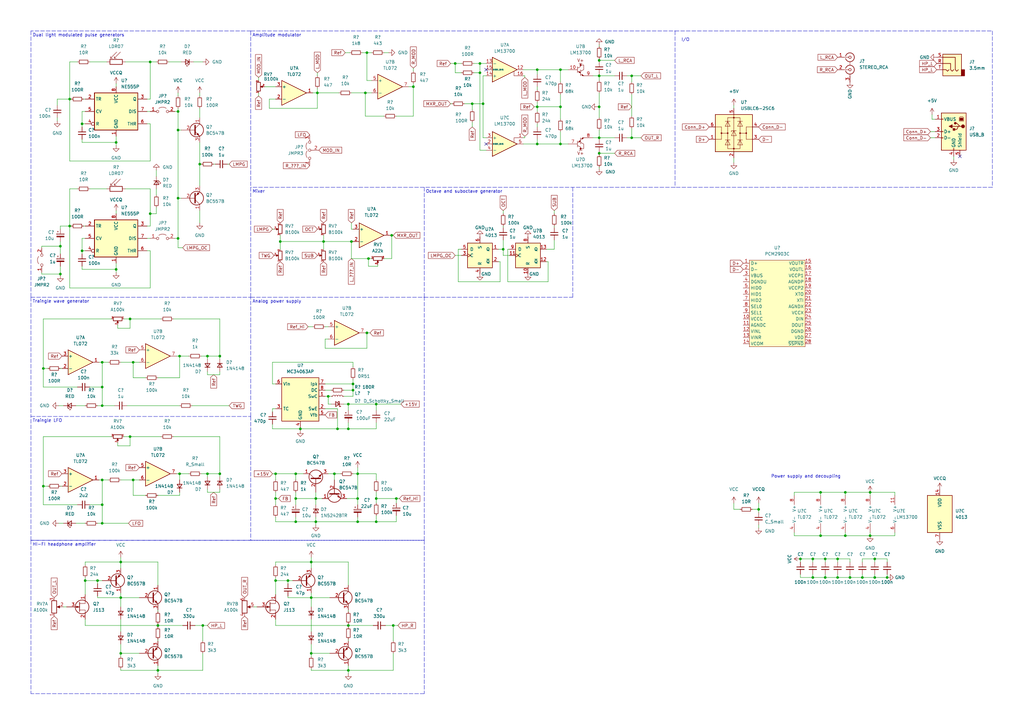
<source format=kicad_sch>
(kicad_sch (version 20211123) (generator eeschema)
  (paper "A3")
  (title_block (title "Elektrijada 2022/2023") (date "2022-12-16") (rev "Rev A") (company "KSET") (comment 4 "Author: Nikola Kaužljar"))
  (junction (at 24.765 100.965))
  (junction (at 220.345 59.055))
  (junction (at 81.915 67.31))
  (junction (at 34.925 238.125))
  (junction (at 169.545 35.56))
  (junction (at 151.13 106.045))
  (junction (at 358.775 236.855))
  (junction (at 220.345 43.815))
  (junction (at 146.685 213.995))
  (junction (at 73.025 97.79))
  (junction (at 138.43 175.895))
  (junction (at 61.595 25.4))
  (junction (at 127.635 245.11))
  (junction (at 28.575 92.71))
  (junction (at 17.78 199.39))
  (junction (at 333.375 229.235))
  (junction (at 206.375 102.235))
  (junction (at 229.87 28.575))
  (junction (at 41.91 196.85))
  (junction (at 113.03 238.125))
  (junction (at 142.875 274.955))
  (junction (at 121.285 204.47))
  (junction (at 144.78 157.48))
  (junction (at 17.78 151.13))
  (junction (at 113.03 204.47))
  (junction (at 64.77 274.955))
  (junction (at 245.745 31.115))
  (junction (at 154.305 204.47))
  (junction (at 54.61 148.59))
  (junction (at 49.53 245.11))
  (junction (at 73.025 81.28))
  (junction (at 338.455 236.855))
  (junction (at 114.935 99.06))
  (junction (at 353.695 236.855))
  (junction (at 259.08 31.115))
  (junction (at 198.12 42.545))
  (junction (at 333.375 236.855))
  (junction (at 49.53 230.505))
  (junction (at 123.19 175.895))
  (junction (at 90.17 146.05))
  (junction (at 358.775 229.235))
  (junction (at 33.655 50.8))
  (junction (at 129.54 204.47))
  (junction (at 142.875 175.895))
  (junction (at 336.55 201.93))
  (junction (at 28.575 40.64))
  (junction (at 149.86 38.1))
  (junction (at 150.495 21.59))
  (junction (at 220.345 28.575))
  (junction (at 356.87 219.71))
  (junction (at 196.85 26.035))
  (junction (at 54.61 196.85))
  (junction (at 113.03 194.31))
  (junction (at 41.91 166.37))
  (junction (at 90.17 194.31))
  (junction (at 245.745 62.865))
  (junction (at 363.855 236.855))
  (junction (at 142.875 165.735))
  (junction (at 311.15 208.915))
  (junction (at 150.495 136.525))
  (junction (at 121.285 213.995))
  (junction (at 41.91 158.75))
  (junction (at 40.005 238.125))
  (junction (at 134.62 162.56))
  (junction (at 343.535 236.855))
  (junction (at 160.655 96.52))
  (junction (at 53.34 179.07))
  (junction (at 47.625 110.49))
  (junction (at 245.745 43.815))
  (junction (at 129.54 213.995))
  (junction (at 132.715 99.06))
  (junction (at 348.615 236.855))
  (junction (at 24.765 112.395))
  (junction (at 259.08 56.515))
  (junction (at 245.745 56.515))
  (junction (at 118.11 238.125))
  (junction (at 121.285 194.31))
  (junction (at 245.745 24.765))
  (junction (at 33.655 102.87))
  (junction (at 186.69 26.035))
  (junction (at 85.09 146.05))
  (junction (at 73.025 53.34))
  (junction (at 162.56 204.47))
  (junction (at 356.87 201.93))
  (junction (at 53.34 130.81))
  (junction (at 64.77 256.54))
  (junction (at 47.625 58.42))
  (junction (at 127.635 267.97))
  (junction (at 146.685 194.31))
  (junction (at 154.305 165.735))
  (junction (at 73.66 194.31))
  (junction (at 49.53 267.97))
  (junction (at 41.91 148.59))
  (junction (at 73.66 146.05))
  (junction (at 338.455 229.235))
  (junction (at 130.175 38.1))
  (junction (at 41.91 207.01))
  (junction (at 144.145 99.06))
  (junction (at 161.29 256.54))
  (junction (at 336.55 219.71))
  (junction (at 144.78 160.02))
  (junction (at 61.595 87.63))
  (junction (at 137.16 194.31))
  (junction (at 154.305 213.995))
  (junction (at 193.675 42.545))
  (junction (at 83.185 256.54))
  (junction (at 85.09 194.31))
  (junction (at 41.91 214.63))
  (junction (at 73.025 45.72))
  (junction (at 142.875 256.54))
  (junction (at 328.295 229.235))
  (junction (at 343.535 229.235))
  (junction (at 346.71 201.93))
  (junction (at 196.85 29.845))
  (junction (at 229.87 43.815))
  (junction (at 146.685 204.47))
  (junction (at 346.71 219.71))
  (junction (at 127.635 230.505))
  (junction (at 229.87 59.055))
  (no_connect (at 199.39 59.055))
  (no_connect (at 199.39 28.575))
  (no_connect (at 393.7 64.135))
  (wire (pts (xy 113.03 201.93) (xy 113.03 204.47)))
  (wire (pts (xy 64.135 85.09) (xy 64.135 87.63)))
  (wire (pts (xy 83.185 262.89) (xy 83.185 256.54)))
  (wire (pts (xy 73.025 53.34) (xy 74.295 53.34)))
  (wire (pts (xy 142.875 256.54) (xy 153.035 256.54)))
  (wire (pts (xy 138.43 175.895) (xy 142.875 175.895)))
  (wire (pts (xy 208.28 102.235) (xy 208.28 115.57)))
  (wire (pts (xy 49.53 230.505) (xy 64.77 230.505)))
  (wire (pts (xy 169.545 35.56) (xy 167.64 35.56)))
  (wire (pts (xy 61.595 77.47) (xy 51.435 77.47)))
  (wire (pts (xy 73.66 196.85) (xy 73.66 194.31)))
  (wire (pts (xy 144.78 194.31) (xy 146.685 194.31)))
  (wire (pts (xy 148.59 21.59) (xy 150.495 21.59)))
  (wire (pts (xy 229.87 28.575) (xy 233.045 28.575)))
  (wire (pts (xy 34.925 238.125) (xy 34.925 236.855)))
  (wire (pts (xy 356.87 201.93) (xy 367.03 201.93)))
  (wire (pts (xy 85.09 152.4) (xy 85.09 153.67)))
  (wire (pts (xy 121.285 213.995) (xy 129.54 213.995)))
  (wire (pts (xy 356.87 219.71) (xy 346.71 219.71)))
  (wire (pts (xy 146.685 191.77) (xy 146.685 194.31)))
  (wire (pts (xy 41.91 158.75) (xy 41.91 166.37)))
  (wire (pts (xy 34.925 50.8) (xy 33.655 50.8)))
  (wire (pts (xy 41.91 166.37) (xy 46.99 166.37)))
  (wire (pts (xy 34.925 230.505) (xy 49.53 230.505)))
  (wire (pts (xy 245.745 62.865) (xy 252.095 62.865)))
  (wire (pts (xy 130.175 38.1) (xy 128.27 38.1)))
  (wire (pts (xy 64.77 250.19) (xy 64.77 250.825)))
  (wire (pts (xy 108.585 35.56) (xy 113.03 35.56)))
  (wire (pts (xy 259.08 52.705) (xy 259.08 56.515)))
  (wire (pts (xy 142.875 250.19) (xy 142.875 250.825)))
  (wire (pts (xy 325.755 203.2) (xy 325.755 201.93)))
  (wire (pts (xy 150.495 136.525) (xy 151.765 136.525)))
  (wire (pts (xy 83.185 274.955) (xy 83.185 267.97)))
  (wire (pts (xy 85.09 201.93) (xy 90.17 201.93)))
  (wire (pts (xy 333.375 229.235) (xy 333.375 230.505)))
  (wire (pts (xy 33.655 102.87) (xy 33.655 104.14)))
  (wire (pts (xy 140.97 162.56) (xy 144.78 162.56)))
  (wire (pts (xy 71.12 130.81) (xy 90.17 130.81)))
  (wire (pts (xy 245.745 62.865) (xy 245.745 63.5)))
  (wire (pts (xy 110.49 44.45) (xy 130.175 44.45)))
  (wire (pts (xy 49.53 196.85) (xy 54.61 196.85)))
  (wire (pts (xy 121.285 212.09) (xy 121.285 213.995)))
  (wire (pts (xy 127.635 230.505) (xy 142.875 230.505)))
  (wire (pts (xy 24.765 92.71) (xy 28.575 92.71)))
  (wire (pts (xy 204.47 107.315) (xy 205.105 107.315)))
  (wire (pts (xy 40.64 148.59) (xy 41.91 148.59)))
  (wire (pts (xy 29.21 40.64) (xy 28.575 40.64)))
  (wire (pts (xy 23.495 40.64) (xy 23.495 43.18)))
  (wire (pts (xy 132.715 99.06) (xy 132.715 102.235)))
  (wire (pts (xy 129.54 213.995) (xy 129.54 215.265)))
  (wire (pts (xy 149.86 38.1) (xy 149.86 47.625)))
  (wire (pts (xy 28.575 25.4) (xy 28.575 40.64)))
  (wire (pts (xy 184.785 42.545) (xy 185.42 42.545)))
  (wire (pts (xy 134.62 162.56) (xy 134.62 165.735)))
  (wire (pts (xy 229.87 38.735) (xy 229.87 43.815)))
  (wire (pts (xy 338.455 236.855) (xy 343.535 236.855)))
  (wire (pts (xy 85.09 146.05) (xy 85.09 147.32)))
  (wire (pts (xy 245.745 25.4) (xy 245.745 24.765)))
  (wire (pts (xy 41.91 207.01) (xy 41.91 214.63)))
  (wire (pts (xy 43.815 25.4) (xy 36.83 25.4)))
  (wire (pts (xy 358.775 236.855) (xy 363.855 236.855)))
  (wire (pts (xy 206.375 98.425) (xy 206.375 102.235)))
  (wire (pts (xy 73.66 194.31) (xy 77.47 194.31)))
  (wire (pts (xy 113.03 238.125) (xy 113.03 236.855)))
  (wire (pts (xy 338.455 235.585) (xy 338.455 236.855)))
  (wire (pts (xy 127.635 228.6) (xy 127.635 230.505)))
  (wire (pts (xy 245.745 19.05) (xy 245.745 18.415)))
  (wire (pts (xy 328.295 229.235) (xy 333.375 229.235)))
  (wire (pts (xy 64.77 255.905) (xy 64.77 256.54)))
  (wire (pts (xy 346.71 201.93) (xy 346.71 203.2)))
  (wire (pts (xy 127.635 243.205) (xy 127.635 245.11)))
  (wire (pts (xy 348.615 229.235) (xy 348.615 230.505)))
  (wire (pts (xy 61.595 25.4) (xy 64.135 25.4)))
  (wire (pts (xy 126.365 133.985) (xy 128.27 133.985)))
  (wire (pts (xy 17.78 130.81) (xy 17.78 151.13)))
  (wire (pts (xy 220.345 28.575) (xy 220.345 30.48)))
  (wire (pts (xy 328.295 236.855) (xy 333.375 236.855)))
  (wire (pts (xy 26.035 214.63) (xy 24.13 214.63)))
  (wire (pts (xy 60.325 45.72) (xy 61.595 45.72)))
  (wire (pts (xy 90.17 147.32) (xy 90.17 146.05)))
  (wire (pts (xy 186.69 29.845) (xy 186.69 26.035)))
  (wire (pts (xy 144.78 157.48) (xy 144.78 160.02)))
  (wire (pts (xy 45.72 130.81) (xy 17.78 130.81)))
  (wire (pts (xy 144.145 93.98) (xy 144.78 93.98)))
  (wire (pts (xy 41.91 148.59) (xy 44.45 148.59)))
  (wire (pts (xy 367.03 218.44) (xy 367.03 219.71)))
  (wire (pts (xy 71.755 45.72) (xy 73.025 45.72)))
  (wire (pts (xy 81.915 67.31) (xy 82.55 67.31)))
  (wire (pts (xy 208.28 115.57) (xy 224.79 115.57)))
  (wire (pts (xy 64.77 203.2) (xy 73.66 203.2)))
  (wire (pts (xy 118.11 238.125) (xy 113.03 238.125)))
  (wire (pts (xy 199.39 31.115) (xy 198.12 31.115)))
  (wire (pts (xy 142.875 230.505) (xy 142.875 240.03)))
  (wire (pts (xy 82.55 146.05) (xy 85.09 146.05)))
  (wire (pts (xy 245.745 68.58) (xy 245.745 69.215)))
  (wire (pts (xy 353.695 229.235) (xy 353.695 230.505)))
  (wire (pts (xy 146.685 194.31) (xy 154.305 194.31)))
  (wire (pts (xy 142.875 255.905) (xy 142.875 256.54)))
  (polyline (pts (xy 12.7 121.92) (xy 12.7 170.815)))
  (wire (pts (xy 353.695 236.855) (xy 358.775 236.855)))
  (wire (pts (xy 146.685 213.995) (xy 154.305 213.995)))
  (wire (pts (xy 381.635 56.515) (xy 383.54 56.515)))
  (wire (pts (xy 206.375 86.36) (xy 206.375 87.63)))
  (wire (pts (xy 328.295 235.585) (xy 328.295 236.855)))
  (wire (pts (xy 33.655 97.79) (xy 34.925 97.79)))
  (wire (pts (xy 120.015 238.125) (xy 118.11 238.125)))
  (wire (pts (xy 17.78 158.75) (xy 31.75 158.75)))
  (wire (pts (xy 49.53 233.045) (xy 49.53 230.505)))
  (wire (pts (xy 259.08 31.115) (xy 259.08 33.655)))
  (wire (pts (xy 73.025 97.79) (xy 73.025 101.6)))
  (wire (pts (xy 381.635 53.975) (xy 383.54 53.975)))
  (wire (pts (xy 64.77 274.955) (xy 83.185 274.955)))
  (wire (pts (xy 161.29 256.54) (xy 163.195 256.54)))
  (wire (pts (xy 245.745 31.115) (xy 252.095 31.115)))
  (wire (pts (xy 259.08 56.515) (xy 262.89 56.515)))
  (wire (pts (xy 72.39 146.05) (xy 73.66 146.05)))
  (wire (pts (xy 154.305 204.47) (xy 154.305 206.375)))
  (wire (pts (xy 121.285 201.93) (xy 121.285 204.47)))
  (wire (pts (xy 113.03 40.64) (xy 110.49 40.64)))
  (wire (pts (xy 336.55 201.93) (xy 346.71 201.93)))
  (wire (pts (xy 85.09 200.66) (xy 85.09 201.93)))
  (wire (pts (xy 28.575 92.71) (xy 28.575 118.11)))
  (wire (pts (xy 134.62 139.065) (xy 133.35 139.065)))
  (wire (pts (xy 328.295 230.505) (xy 328.295 229.235)))
  (wire (pts (xy 49.53 254) (xy 49.53 259.08)))
  (wire (pts (xy 144.145 38.1) (xy 149.86 38.1)))
  (wire (pts (xy 127.635 267.97) (xy 135.255 267.97)))
  (wire (pts (xy 142.875 165.735) (xy 154.305 165.735)))
  (wire (pts (xy 382.27 46.99) (xy 382.27 48.895)))
  (wire (pts (xy 81.915 86.36) (xy 81.915 91.44)))
  (polyline (pts (xy 102.87 170.815) (xy 102.87 221.615)))
  (polyline (pts (xy 102.87 221.615) (xy 12.7 221.615)))
  (wire (pts (xy 78.74 166.37) (xy 93.98 166.37)))
  (wire (pts (xy 49.53 274.32) (xy 49.53 274.955)))
  (wire (pts (xy 17.145 111.76) (xy 17.145 112.395)))
  (wire (pts (xy 353.695 229.235) (xy 358.775 229.235)))
  (wire (pts (xy 300.99 208.915) (xy 303.53 208.915)))
  (polyline (pts (xy 173.99 121.92) (xy 173.99 76.835)))
  (wire (pts (xy 160.655 96.52) (xy 160.655 106.045)))
  (wire (pts (xy 17.78 179.07) (xy 17.78 199.39)))
  (wire (pts (xy 358.775 235.585) (xy 358.775 236.855)))
  (wire (pts (xy 127.635 274.32) (xy 127.635 274.955)))
  (wire (pts (xy 214.63 31.115) (xy 215.265 31.115)))
  (wire (pts (xy 28.575 40.64) (xy 28.575 66.04)))
  (wire (pts (xy 245.745 53.34) (xy 245.745 56.515)))
  (wire (pts (xy 34.925 256.54) (xy 64.77 256.54)))
  (wire (pts (xy 40.005 244.475) (xy 40.005 245.11)))
  (wire (pts (xy 140.97 160.02) (xy 144.78 160.02)))
  (wire (pts (xy 206.375 104.775) (xy 208.915 104.775)))
  (wire (pts (xy 34.925 166.37) (xy 31.115 166.37)))
  (wire (pts (xy 113.03 230.505) (xy 113.03 231.775)))
  (wire (pts (xy 113.03 230.505) (xy 127.635 230.505)))
  (wire (pts (xy 33.655 50.8) (xy 33.655 45.72)))
  (polyline (pts (xy 102.87 12.7) (xy 12.7 12.7)))
  (wire (pts (xy 229.87 28.575) (xy 229.87 33.655)))
  (wire (pts (xy 64.77 274.955) (xy 64.77 273.05)))
  (wire (pts (xy 48.26 134.62) (xy 53.34 134.62)))
  (wire (pts (xy 311.15 208.915) (xy 311.15 206.375)))
  (wire (pts (xy 73.025 44.45) (xy 73.025 45.72)))
  (wire (pts (xy 61.595 40.64) (xy 61.595 25.4)))
  (wire (pts (xy 81.915 38.1) (xy 81.915 39.37)))
  (wire (pts (xy 118.11 244.475) (xy 118.11 245.11)))
  (wire (pts (xy 194.31 29.845) (xy 196.85 29.845)))
  (wire (pts (xy 113.03 157.48) (xy 111.76 157.48)))
  (wire (pts (xy 87.63 67.31) (xy 88.265 67.31)))
  (wire (pts (xy 61.595 102.87) (xy 60.325 102.87)))
  (wire (pts (xy 229.87 53.975) (xy 229.87 59.055)))
  (wire (pts (xy 54.61 203.2) (xy 59.69 203.2)))
  (wire (pts (xy 49.53 228.6) (xy 49.53 230.505)))
  (wire (pts (xy 127.635 245.11) (xy 135.255 245.11)))
  (wire (pts (xy 114.935 99.06) (xy 132.715 99.06)))
  (wire (pts (xy 34.925 254) (xy 34.925 256.54)))
  (wire (pts (xy 111.76 157.48) (xy 111.76 148.59)))
  (wire (pts (xy 348.615 235.585) (xy 348.615 236.855)))
  (wire (pts (xy 40.005 238.125) (xy 40.005 239.395)))
  (wire (pts (xy 154.305 201.93) (xy 154.305 204.47)))
  (wire (pts (xy 54.61 196.85) (xy 57.15 196.85)))
  (wire (pts (xy 73.66 146.05) (xy 77.47 146.05)))
  (wire (pts (xy 49.53 148.59) (xy 54.61 148.59)))
  (wire (pts (xy 308.61 208.915) (xy 311.15 208.915)))
  (wire (pts (xy 64.77 256.54) (xy 74.93 256.54)))
  (wire (pts (xy 85.09 194.31) (xy 85.09 195.58)))
  (polyline (pts (xy 234.95 121.92) (xy 234.95 76.835)))
  (wire (pts (xy 220.345 28.575) (xy 229.87 28.575)))
  (wire (pts (xy 61.595 92.71) (xy 61.595 87.63)))
  (wire (pts (xy 17.78 207.01) (xy 31.75 207.01)))
  (wire (pts (xy 53.34 134.62) (xy 53.34 130.81)))
  (wire (pts (xy 141.605 21.59) (xy 143.51 21.59)))
  (wire (pts (xy 49.53 245.11) (xy 57.15 245.11)))
  (wire (pts (xy 161.29 274.955) (xy 161.29 267.97)))
  (wire (pts (xy 34.925 238.125) (xy 34.925 243.84)))
  (wire (pts (xy 123.19 175.895) (xy 123.19 175.26)))
  (wire (pts (xy 138.43 167.64) (xy 133.35 167.64)))
  (wire (pts (xy 24.765 100.965) (xy 17.145 100.965)))
  (wire (pts (xy 64.135 69.85) (xy 64.135 72.39)))
  (wire (pts (xy 54.61 196.85) (xy 54.61 203.2)))
  (wire (pts (xy 41.91 207.01) (xy 41.91 196.85)))
  (wire (pts (xy 53.34 179.07) (xy 66.04 179.07)))
  (wire (pts (xy 158.115 256.54) (xy 161.29 256.54)))
  (wire (pts (xy 154.305 194.31) (xy 154.305 196.85)))
  (wire (pts (xy 215.265 31.115) (xy 215.265 31.75)))
  (wire (pts (xy 64.77 274.955) (xy 64.77 276.225)))
  (wire (pts (xy 73.025 53.34) (xy 73.025 81.28)))
  (wire (pts (xy 259.08 31.115) (xy 262.89 31.115)))
  (polyline (pts (xy 12.7 221.615) (xy 173.99 221.615)))
  (wire (pts (xy 346.71 218.44) (xy 346.71 219.71)))
  (wire (pts (xy 149.86 47.625) (xy 157.48 47.625)))
  (wire (pts (xy 112.395 93.98) (xy 111.76 93.98)))
  (wire (pts (xy 245.745 24.765) (xy 252.095 24.765)))
  (wire (pts (xy 79.375 25.4) (xy 83.185 25.4)))
  (wire (pts (xy 137.16 194.31) (xy 139.7 194.31)))
  (wire (pts (xy 142.875 175.895) (xy 154.305 175.895)))
  (wire (pts (xy 311.15 208.915) (xy 311.15 210.185)))
  (wire (pts (xy 33.655 45.72) (xy 34.925 45.72)))
  (wire (pts (xy 353.695 235.585) (xy 353.695 236.855)))
  (wire (pts (xy 129.54 204.47) (xy 132.08 204.47)))
  (wire (pts (xy 82.55 194.31) (xy 85.09 194.31)))
  (wire (pts (xy 73.66 154.94) (xy 73.66 146.05)))
  (wire (pts (xy 243.205 56.515) (xy 245.745 56.515)))
  (wire (pts (xy 196.85 61.595) (xy 199.39 61.595)))
  (wire (pts (xy 73.66 203.2) (xy 73.66 201.93)))
  (wire (pts (xy 34.925 92.71) (xy 34.29 92.71)))
  (wire (pts (xy 333.375 235.585) (xy 333.375 236.855)))
  (polyline (pts (xy 407.035 12.7) (xy 407.035 76.835)))
  (wire (pts (xy 90.17 130.81) (xy 90.17 146.05)))
  (wire (pts (xy 49.53 264.16) (xy 49.53 267.97)))
  (wire (pts (xy 356.87 218.44) (xy 356.87 219.71)))
  (wire (pts (xy 245.745 56.515) (xy 245.745 57.15)))
  (wire (pts (xy 169.545 47.625) (xy 169.545 35.56)))
  (wire (pts (xy 220.345 43.815) (xy 220.345 45.72)))
  (wire (pts (xy 47.625 110.49) (xy 47.625 111.76)))
  (wire (pts (xy 111.76 148.59) (xy 144.78 148.59)))
  (polyline (pts (xy 12.7 170.815) (xy 102.87 170.815)))
  (wire (pts (xy 196.85 29.845) (xy 196.85 26.035)))
  (wire (pts (xy 85.09 153.67) (xy 90.17 153.67)))
  (wire (pts (xy 169.545 34.29) (xy 169.545 35.56)))
  (wire (pts (xy 162.56 206.375) (xy 162.56 204.47)))
  (wire (pts (xy 227.33 98.425) (xy 227.33 102.235)))
  (wire (pts (xy 130.175 29.845) (xy 130.175 31.115)))
  (wire (pts (xy 64.77 256.54) (xy 64.77 257.175)))
  (polyline (pts (xy 102.87 12.7) (xy 276.86 12.7)))
  (wire (pts (xy 338.455 229.235) (xy 338.455 230.505)))
  (wire (pts (xy 40.005 238.125) (xy 34.925 238.125)))
  (wire (pts (xy 245.745 31.115) (xy 245.745 33.02)))
  (wire (pts (xy 300.99 206.375) (xy 300.99 208.915)))
  (wire (pts (xy 33.655 50.8) (xy 33.655 52.07)))
  (wire (pts (xy 123.19 175.895) (xy 123.19 176.53)))
  (wire (pts (xy 227.33 92.71) (xy 227.33 93.345)))
  (wire (pts (xy 83.185 256.54) (xy 85.09 256.54)))
  (wire (pts (xy 343.535 236.855) (xy 343.535 235.585)))
  (wire (pts (xy 149.86 38.1) (xy 152.4 38.1)))
  (wire (pts (xy 150.495 33.02) (xy 150.495 21.59)))
  (polyline (pts (xy 276.86 76.835) (xy 102.87 76.835)))
  (polyline (pts (xy 173.99 121.92) (xy 234.95 121.92)))
  (wire (pts (xy 127.635 233.045) (xy 127.635 230.505)))
  (wire (pts (xy 229.87 43.815) (xy 229.87 48.895)))
  (wire (pts (xy 54.61 148.59) (xy 54.61 154.94)))
  (wire (pts (xy 47.625 107.95) (xy 47.625 110.49)))
  (wire (pts (xy 121.285 194.31) (xy 121.285 196.85)))
  (wire (pts (xy 196.85 29.845) (xy 196.85 61.595)))
  (wire (pts (xy 64.135 77.47) (xy 64.135 80.01)))
  (wire (pts (xy 81.915 67.31) (xy 81.915 76.2)))
  (wire (pts (xy 60.325 97.79) (xy 61.595 97.79)))
  (wire (pts (xy 154.305 165.735) (xy 164.465 165.735)))
  (wire (pts (xy 142.24 204.47) (xy 146.685 204.47)))
  (wire (pts (xy 52.07 166.37) (xy 73.66 166.37)))
  (polyline (pts (xy 407.035 76.835) (xy 276.86 76.835)))
  (wire (pts (xy 73.025 101.6) (xy 74.93 101.6)))
  (wire (pts (xy 41.91 214.63) (xy 52.705 214.63)))
  (wire (pts (xy 245.745 31.115) (xy 245.745 30.48)))
  (wire (pts (xy 150.495 136.525) (xy 149.86 136.525)))
  (wire (pts (xy 129.54 201.93) (xy 129.54 204.47)))
  (wire (pts (xy 61.595 118.11) (xy 61.595 102.87)))
  (wire (pts (xy 336.55 219.71) (xy 336.55 218.44)))
  (wire (pts (xy 47.625 34.29) (xy 47.625 35.56)))
  (wire (pts (xy 71.12 179.07) (xy 90.17 179.07)))
  (wire (pts (xy 162.56 204.47) (xy 163.83 204.47)))
  (wire (pts (xy 134.62 162.56) (xy 135.89 162.56)))
  (wire (pts (xy 113.03 194.31) (xy 121.285 194.31)))
  (wire (pts (xy 300.99 64.77) (xy 300.99 66.675)))
  (wire (pts (xy 186.69 104.775) (xy 189.23 104.775)))
  (polyline (pts (xy 173.99 284.48) (xy 12.7 284.48)))
  (wire (pts (xy 146.685 212.09) (xy 146.685 213.995)))
  (wire (pts (xy 130.175 36.195) (xy 130.175 38.1)))
  (wire (pts (xy 71.755 97.79) (xy 73.025 97.79)))
  (wire (pts (xy 93.345 67.31) (xy 93.98 67.31)))
  (wire (pts (xy 24.765 109.22) (xy 24.765 112.395)))
  (wire (pts (xy 47.625 86.36) (xy 47.625 87.63)))
  (wire (pts (xy 220.345 35.56) (xy 220.345 36.83)))
  (polyline (pts (xy 102.87 121.92) (xy 102.87 12.7)))
  (wire (pts (xy 127.635 245.11) (xy 127.635 248.92)))
  (wire (pts (xy 127.635 264.16) (xy 127.635 267.97)))
  (wire (pts (xy 336.55 219.71) (xy 325.755 219.71)))
  (wire (pts (xy 160.655 96.52) (xy 160.02 96.52)))
  (wire (pts (xy 24.765 112.395) (xy 24.765 113.03)))
  (wire (pts (xy 61.595 87.63) (xy 61.595 77.47)))
  (wire (pts (xy 157.48 21.59) (xy 159.385 21.59)))
  (polyline (pts (xy 12.7 121.92) (xy 102.87 121.92)))
  (wire (pts (xy 127.635 274.955) (xy 142.875 274.955)))
  (wire (pts (xy 194.31 26.035) (xy 196.85 26.035)))
  (wire (pts (xy 154.305 168.275) (xy 154.305 165.735)))
  (wire (pts (xy 61.595 25.4) (xy 51.435 25.4)))
  (wire (pts (xy 245.745 43.815) (xy 245.745 48.26)))
  (wire (pts (xy 73.025 81.28) (xy 74.295 81.28)))
  (wire (pts (xy 24.765 99.06) (xy 24.765 100.965)))
  (wire (pts (xy 111.76 175.895) (xy 123.19 175.895)))
  (wire (pts (xy 186.69 26.035) (xy 189.23 26.035)))
  (wire (pts (xy 40.005 245.11) (xy 49.53 245.11)))
  (wire (pts (xy 111.76 167.64) (xy 111.76 168.91)))
  (wire (pts (xy 33.655 109.22) (xy 33.655 110.49)))
  (wire (pts (xy 90.17 201.93) (xy 90.17 200.66)))
  (wire (pts (xy 28.575 77.47) (xy 28.575 92.71)))
  (wire (pts (xy 154.305 175.895) (xy 154.305 173.355)))
  (wire (pts (xy 33.655 102.87) (xy 33.655 97.79)))
  (wire (pts (xy 113.03 238.125) (xy 113.03 243.84)))
  (wire (pts (xy 54.61 154.94) (xy 59.69 154.94)))
  (wire (pts (xy 325.755 201.93) (xy 336.55 201.93)))
  (wire (pts (xy 224.155 107.315) (xy 224.79 107.315)))
  (wire (pts (xy 142.875 274.955) (xy 142.875 273.05)))
  (wire (pts (xy 61.595 66.04) (xy 61.595 50.8)))
  (wire (pts (xy 81.915 58.42) (xy 81.915 67.31)))
  (wire (pts (xy 245.745 56.515) (xy 252.095 56.515)))
  (wire (pts (xy 161.29 96.52) (xy 160.655 96.52)))
  (wire (pts (xy 162.56 47.625) (xy 169.545 47.625)))
  (wire (pts (xy 45.72 179.07) (xy 17.78 179.07)))
  (wire (pts (xy 367.03 201.93) (xy 367.03 203.2)))
  (wire (pts (xy 69.215 25.4) (xy 74.295 25.4)))
  (wire (pts (xy 113.03 204.47) (xy 114.3 204.47)))
  (wire (pts (xy 64.77 230.505) (xy 64.77 240.03)))
  (wire (pts (xy 144.78 148.59) (xy 144.78 150.495)))
  (wire (pts (xy 229.87 59.055) (xy 233.045 59.055)))
  (wire (pts (xy 47.625 58.42) (xy 47.625 59.69)))
  (wire (pts (xy 199.39 56.515) (xy 198.12 56.515)))
  (wire (pts (xy 154.305 213.995) (xy 162.56 213.995)))
  (wire (pts (xy 81.915 44.45) (xy 81.915 48.26)))
  (wire (pts (xy 113.03 194.31) (xy 113.03 196.85)))
  (wire (pts (xy 90.17 179.07) (xy 90.17 194.31)))
  (wire (pts (xy 41.91 238.125) (xy 40.005 238.125)))
  (wire (pts (xy 28.575 118.11) (xy 61.595 118.11)))
  (wire (pts (xy 358.775 229.235) (xy 363.855 229.235)))
  (wire (pts (xy 142.875 165.735) (xy 142.875 168.275)))
  (wire (pts (xy 31.75 77.47) (xy 28.575 77.47)))
  (wire (pts (xy 36.83 207.01) (xy 41.91 207.01)))
  (wire (pts (xy 363.855 229.235) (xy 363.855 230.505)))
  (wire (pts (xy 189.23 29.845) (xy 186.69 29.845)))
  (wire (pts (xy 154.94 108.585) (xy 154.94 109.22)))
  (wire (pts (xy 54.61 148.59) (xy 57.15 148.59)))
  (wire (pts (xy 146.685 204.47) (xy 146.685 194.31)))
  (polyline (pts (xy 102.87 221.615) (xy 173.99 221.615)))
  (wire (pts (xy 111.76 194.31) (xy 113.03 194.31)))
  (wire (pts (xy 90.17 153.67) (xy 90.17 152.4)))
  (wire (pts (xy 134.62 165.735) (xy 135.89 165.735)))
  (wire (pts (xy 150.495 21.59) (xy 152.4 21.59)))
  (wire (pts (xy 72.39 194.31) (xy 73.66 194.31)))
  (wire (pts (xy 157.48 106.045) (xy 160.655 106.045)))
  (wire (pts (xy 134.62 194.31) (xy 137.16 194.31)))
  (wire (pts (xy 17.78 151.13) (xy 17.78 158.75)))
  (wire (pts (xy 208.915 102.235) (xy 208.28 102.235)))
  (wire (pts (xy 133.35 157.48) (xy 144.78 157.48)))
  (wire (pts (xy 154.94 109.22) (xy 151.13 109.22)))
  (wire (pts (xy 346.71 219.71) (xy 336.55 219.71)))
  (wire (pts (xy 184.785 26.035) (xy 186.69 26.035)))
  (wire (pts (xy 49.53 274.955) (xy 64.77 274.955)))
  (wire (pts (xy 41.91 196.85) (xy 44.45 196.85)))
  (wire (pts (xy 224.79 107.315) (xy 224.79 115.57)))
  (wire (pts (xy 17.78 199.39) (xy 17.78 207.01)))
  (wire (pts (xy 144.78 155.575) (xy 144.78 157.48)))
  (polyline (pts (xy 12.7 12.7) (xy 12.7 121.92)))
  (wire (pts (xy 48.26 182.88) (xy 53.34 182.88)))
  (wire (pts (xy 33.655 57.15) (xy 33.655 58.42)))
  (wire (pts (xy 154.305 204.47) (xy 162.56 204.47)))
  (wire (pts (xy 144.78 160.02) (xy 144.78 162.56)))
  (wire (pts (xy 23.495 40.64) (xy 28.575 40.64)))
  (wire (pts (xy 90.17 195.58) (xy 90.17 194.31)))
  (wire (pts (xy 142.875 262.255) (xy 142.875 262.89)))
  (polyline (pts (xy 12.7 221.615) (xy 12.7 284.48)))
  (wire (pts (xy 29.21 92.71) (xy 28.575 92.71)))
  (wire (pts (xy 133.35 160.02) (xy 135.89 160.02)))
  (wire (pts (xy 48.26 181.61) (xy 48.26 182.88)))
  (polyline (pts (xy 276.86 12.7) (xy 276.86 76.835)))
  (wire (pts (xy 34.925 40.64) (xy 34.29 40.64)))
  (wire (pts (xy 220.345 41.91) (xy 220.345 43.815)))
  (wire (pts (xy 64.77 154.94) (xy 73.66 154.94)))
  (polyline (pts (xy 102.87 121.92) (xy 173.99 121.92)))
  (wire (pts (xy 391.16 64.135) (xy 391.16 65.405)))
  (wire (pts (xy 142.875 175.895) (xy 142.875 173.355)))
  (wire (pts (xy 64.77 262.255) (xy 64.77 262.89)))
  (wire (pts (xy 132.715 96.52) (xy 132.715 99.06)))
  (wire (pts (xy 215.265 56.515) (xy 215.265 55.88)))
  (wire (pts (xy 259.08 38.735) (xy 259.08 47.625)))
  (wire (pts (xy 28.575 66.04) (xy 61.595 66.04)))
  (wire (pts (xy 245.11 43.815) (xy 245.745 43.815)))
  (wire (pts (xy 17.145 100.965) (xy 17.145 101.6)))
  (wire (pts (xy 257.175 31.115) (xy 259.08 31.115)))
  (wire (pts (xy 151.13 106.045) (xy 152.4 106.045)))
  (wire (pts (xy 73.025 45.72) (xy 73.025 53.34)))
  (wire (pts (xy 325.755 219.71) (xy 325.755 218.44)))
  (wire (pts (xy 129.54 212.09) (xy 129.54 213.995)))
  (wire (pts (xy 106.045 38.1) (xy 106.045 39.37)))
  (wire (pts (xy 133.35 162.56) (xy 134.62 162.56)))
  (wire (pts (xy 214.63 59.055) (xy 220.345 59.055)))
  (wire (pts (xy 220.345 59.055) (xy 229.87 59.055)))
  (wire (pts (xy 311.15 215.265) (xy 311.15 216.535)))
  (wire (pts (xy 53.34 130.81) (xy 66.04 130.81)))
  (wire (pts (xy 111.76 173.99) (xy 111.76 175.895)))
  (wire (pts (xy 333.375 229.235) (xy 338.455 229.235)))
  (wire (pts (xy 50.8 130.81) (xy 53.34 130.81)))
  (wire (pts (xy 154.305 211.455) (xy 154.305 213.995)))
  (wire (pts (xy 34.925 230.505) (xy 34.925 231.775)))
  (wire (pts (xy 243.205 31.115) (xy 245.745 31.115)))
  (wire (pts (xy 144.145 91.44) (xy 144.145 93.98)))
  (wire (pts (xy 127.635 267.97) (xy 127.635 269.24)))
  (wire (pts (xy 257.175 56.515) (xy 259.08 56.515)))
  (wire (pts (xy 205.105 115.57) (xy 187.96 115.57)))
  (wire (pts (xy 144.145 99.06) (xy 144.78 99.06)))
  (polyline (pts (xy 12.7 221.615) (xy 12.7 170.815)))
  (wire (pts (xy 24.765 151.13) (xy 25.4 151.13)))
  (wire (pts (xy 17.78 151.13) (xy 19.685 151.13)))
  (wire (pts (xy 300.99 43.18) (xy 300.99 44.45)))
  (wire (pts (xy 111.76 167.64) (xy 113.03 167.64)))
  (wire (pts (xy 113.03 213.995) (xy 121.285 213.995)))
  (wire (pts (xy 121.285 204.47) (xy 129.54 204.47)))
  (wire (pts (xy 187.96 102.235) (xy 189.23 102.235)))
  (wire (pts (xy 36.83 158.75) (xy 41.91 158.75)))
  (wire (pts (xy 227.33 86.36) (xy 227.33 87.63)))
  (wire (pts (xy 113.03 254) (xy 113.03 256.54)))
  (wire (pts (xy 80.01 256.54) (xy 83.185 256.54)))
  (wire (pts (xy 33.655 110.49) (xy 47.625 110.49)))
  (wire (pts (xy 41.91 158.75) (xy 41.91 148.59)))
  (wire (pts (xy 333.375 236.855) (xy 338.455 236.855)))
  (wire (pts (xy 73.025 38.1) (xy 73.025 39.37)))
  (wire (pts (xy 224.155 102.235) (xy 227.33 102.235)))
  (wire (pts (xy 220.345 43.815) (xy 229.87 43.815)))
  (wire (pts (xy 150.495 142.875) (xy 150.495 136.525)))
  (wire (pts (xy 47.625 55.88) (xy 47.625 58.42)))
  (wire (pts (xy 113.03 256.54) (xy 142.875 256.54)))
  (wire (pts (xy 343.535 230.505) (xy 343.535 229.235)))
  (wire (pts (xy 198.12 31.115) (xy 198.12 42.545)))
  (wire (pts (xy 118.11 245.11) (xy 127.635 245.11)))
  (wire (pts (xy 106.045 31.75) (xy 106.045 33.02)))
  (wire (pts (xy 187.96 115.57) (xy 187.96 102.235)))
  (wire (pts (xy 85.09 146.05) (xy 90.17 146.05)))
  (wire (pts (xy 132.715 99.06) (xy 144.145 99.06)))
  (wire (pts (xy 193.675 50.165) (xy 193.675 52.07)))
  (wire (pts (xy 49.53 267.97) (xy 57.15 267.97)))
  (wire (pts (xy 24.765 92.71) (xy 24.765 93.98)))
  (wire (pts (xy 142.875 274.955) (xy 142.875 276.225)))
  (wire (pts (xy 198.12 56.515) (xy 198.12 42.545)))
  (wire (pts (xy 214.63 56.515) (xy 215.265 56.515)))
  (wire (pts (xy 50.8 179.07) (xy 53.34 179.07)))
  (wire (pts (xy 245.745 38.1) (xy 245.745 43.815)))
  (wire (pts (xy 61.595 50.8) (xy 60.325 50.8)))
  (wire (pts (xy 220.345 57.15) (xy 220.345 59.055)))
  (wire (pts (xy 85.09 194.31) (xy 90.17 194.31)))
  (wire (pts (xy 48.26 133.35) (xy 48.26 134.62)))
  (wire (pts (xy 24.765 199.39) (xy 25.4 199.39)))
  (wire (pts (xy 169.545 27.94) (xy 169.545 29.21)))
  (wire (pts (xy 367.03 219.71) (xy 356.87 219.71)))
  (wire (pts (xy 61.595 87.63) (xy 64.135 87.63)))
  (wire (pts (xy 151.13 109.22) (xy 151.13 106.045)))
  (wire (pts (xy 206.375 92.71) (xy 206.375 93.345)))
  (wire (pts (xy 196.85 26.035) (xy 199.39 26.035)))
  (wire (pts (xy 336.55 203.2) (xy 336.55 201.93)))
  (wire (pts (xy 138.43 175.895) (xy 138.43 167.64)))
  (wire (pts (xy 40.005 214.63) (xy 41.91 214.63)))
  (wire (pts (xy 130.175 38.1) (xy 130.175 44.45)))
  (wire (pts (xy 161.29 262.89) (xy 161.29 256.54)))
  (wire (pts (xy 356.87 201.93) (xy 356.87 203.2)))
  (wire (pts (xy 33.655 58.42) (xy 47.625 58.42)))
  (wire (pts (xy 24.765 100.965) (xy 24.765 104.14)))
  (wire (pts (xy 193.675 42.545) (xy 193.675 45.085)))
  (wire (pts (xy 114.935 99.06) (xy 114.935 102.235)))
  (wire (pts (xy 129.54 213.995) (xy 146.685 213.995)))
  (wire (pts (xy 110.49 40.64) (xy 110.49 44.45)))
  (wire (pts (xy 26.035 166.37) (xy 24.13 166.37)))
  (wire (pts (xy 113.03 212.09) (xy 113.03 213.995)))
  (wire (pts (xy 34.925 214.63) (xy 31.115 214.63)))
  (polyline (pts (xy 102.87 170.815) (xy 102.87 121.92)))
  (wire (pts (xy 144.145 106.045) (xy 144.145 99.06)))
  (wire (pts (xy 146.685 204.47) (xy 146.685 207.01)))
  (wire (pts (xy 114.935 96.52) (xy 114.935 99.06)))
  (wire (pts (xy 17.145 112.395) (xy 24.765 112.395)))
  (wire (pts (xy 152.4 33.02) (xy 150.495 33.02)))
  (wire (pts (xy 214.63 28.575) (xy 220.345 28.575)))
  (wire (pts (xy 142.875 256.54) (xy 142.875 257.175)))
  (wire (pts (xy 162.56 213.995) (xy 162.56 211.455)))
  (polyline (pts (xy 276.86 12.7) (xy 407.035 12.7)))
  (wire (pts (xy 363.855 236.855) (xy 363.855 235.585)))
  (wire (pts (xy 142.875 274.955) (xy 161.29 274.955)))
  (wire (pts (xy 137.16 194.31) (xy 137.16 196.85)))
  (wire (pts (xy 40.005 166.37) (xy 41.91 166.37)))
  (wire (pts (xy 129.54 204.47) (xy 129.54 207.01)))
  (wire (pts (xy 193.675 42.545) (xy 198.12 42.545)))
  (wire (pts (xy 343.535 236.855) (xy 348.615 236.855)))
  (wire (pts (xy 144.145 106.045) (xy 151.13 106.045)))
  (wire (pts (xy 343.535 229.235) (xy 348.615 229.235)))
  (wire (pts (xy 31.75 25.4) (xy 28.575 25.4)))
  (wire (pts (xy 60.325 40.64) (xy 61.595 40.64)))
  (wire (pts (xy 60.325 92.71) (xy 61.595 92.71)))
  (wire (pts (xy 204.47 102.235) (xy 206.375 102.235)))
  (wire (pts (xy 127.635 254) (xy 127.635 259.08)))
  (wire (pts (xy 130.175 38.1) (xy 139.065 38.1)))
  (wire (pts (xy 73.025 81.28) (xy 73.025 97.79)))
  (wire (pts (xy 53.34 182.88) (xy 53.34 179.07)))
  (wire (pts (xy 346.71 201.93) (xy 356.87 201.93)))
  (wire (pts (xy 17.78 199.39) (xy 19.685 199.39)))
  (wire (pts (xy 133.35 133.985) (xy 134.62 133.985)))
  (wire (pts (xy 23.495 48.26) (xy 23.495 49.53)))
  (wire (pts (xy 206.375 102.235) (xy 206.375 104.775)))
  (wire (pts (xy 358.775 229.235) (xy 358.775 230.505)))
  (wire (pts (xy 104.14 248.92) (xy 105.41 248.92)))
  (polyline (pts (xy 173.99 121.92) (xy 173.99 121.92)))
  (wire (pts (xy 40.64 196.85) (xy 41.91 196.85)))
  (wire (pts (xy 382.27 48.895) (xy 383.54 48.895)))
  (wire (pts (xy 113.03 204.47) (xy 113.03 207.01)))
  (wire (pts (xy 49.53 243.205) (xy 49.53 245.11)))
  (wire (pts (xy 118.11 238.125) (xy 118.11 239.395)))
  (wire (pts (xy 121.285 194.31) (xy 124.46 194.31)))
  (wire (pts (xy 338.455 229.235) (xy 343.535 229.235)))
  (wire (pts (xy 205.105 107.315) (xy 205.105 115.57)))
  (wire (pts (xy 26.035 248.92) (xy 27.305 248.92)))
  (wire (pts (xy 348.615 236.855) (xy 353.695 236.855)))
  (wire (pts (xy 133.35 139.065) (xy 133.35 142.875)))
  (wire (pts (xy 245.745 62.23) (xy 245.745 62.865)))
  (wire (pts (xy 190.5 42.545) (xy 193.675 42.545)))
  (wire (pts (xy 49.53 267.97) (xy 49.53 269.24)))
  (wire (pts (xy 219.075 43.815) (xy 220.345 43.815)))
  (wire (pts (xy 220.345 50.8) (xy 220.345 52.07)))
  (wire (pts (xy 133.35 142.875) (xy 150.495 142.875)))
  (wire (pts (xy 123.19 175.895) (xy 138.43 175.895)))
  (wire (pts (xy 43.815 77.47) (xy 36.83 77.47)))
  (wire (pts (xy 121.285 204.47) (xy 121.285 207.01)))
  (polyline (pts (xy 173.99 221.615) (xy 173.99 284.48)))
  (wire (pts (xy 245.745 24.765) (xy 245.745 24.13)))
  (polyline (pts (xy 173.99 221.615) (xy 173.99 121.92)))
  (wire (pts (xy 140.97 165.735) (xy 142.875 165.735)))
  (wire (pts (xy 49.53 245.11) (xy 49.53 248.92)))
  (wire (pts (xy 34.925 102.87) (xy 33.655 102.87)))
  (text "Octave and suboctave generator\n" (at 174.625 79.375 0) (effects (font (size 1.27 1.27)) (justify left bottom)))
  (text "Traingle wave generator" (at 13.335 124.46 0) (effects (font (size 1.27 1.27)) (justify left bottom)))
  (text "Amplitude modulator" (at 103.505 15.24 0) (effects (font (size 1.27 1.27)) (justify left bottom)))
  (text "Traingle LFO" (at 13.335 173.355 0) (effects (font (size 1.27 1.27)) (justify left bottom)))
  (text "HI-FI headphone amplifier" (at 13.335 224.155 0) (effects (font (size 1.27 1.27)) (justify left bottom)))
  (text "Power supply and decoupling" (at 316.23 196.215 0) (effects (font (size 1.27 1.27)) (justify left bottom)))
  (text "Mixer" (at 103.505 79.375 0) (effects (font (size 1.27 1.27)) (justify left bottom)))
  (text "Dual light modulated pulse generators" (at 13.335 15.24 0) (effects (font (size 1.27 1.27)) (justify left bottom)))
  (text "I/O" (at 279.4 17.145 0) (effects (font (size 1.27 1.27)) (justify left bottom)))
  (text "Analog power supply" (at 103.505 124.46 0) (effects (font (size 1.27 1.27)) (justify left bottom)))
  (global_label "LFO" (shape input) (at 127 55.245 180) (property "Intersheet References" "${INTERSHEET_REFS}" (effects hide)))
  (global_label "MXR_OUT" (shape input) (at 184.785 42.545 180) (property "Intersheet References" "${INTERSHEET_REFS}" (effects hide)))
  (global_label "TWG" (shape input) (at 93.98 166.37 0) (property "Intersheet References" "${INTERSHEET_REFS}" (effects hide)))
  (global_label "Ref" (shape input) (at 22.225 252.73 270) (property "Intersheet References" "${INTERSHEET_REFS}" (effects hide)))
  (global_label "L_MOD" (shape input) (at 130.175 29.845 90) (property "Intersheet References" "${INTERSHEET_REFS}" (effects hide)))
  (global_label "Ref" (shape input) (at 151.765 136.525 0) (property "Intersheet References" "${INTERSHEET_REFS}" (effects hide)))
  (global_label "Ref" (shape input) (at 57.15 143.51 180) (property "Intersheet References" "${INTERSHEET_REFS}" (effects hide)))
  (global_label "SUB" (shape input) (at 130.175 104.775 180) (property "Intersheet References" "${INTERSHEET_REFS}" (effects hide)))
  (global_label "TWG" (shape input) (at 112.395 104.775 180) (property "Intersheet References" "${INTERSHEET_REFS}" (effects hide)))
  (global_label "D-" (shape input) (at 311.15 57.15 0) (property "Intersheet References" "${INTERSHEET_REFS}" (effects hide)))
  (global_label "LMPG" (shape input) (at 111.76 93.98 180) (property "Intersheet References" "${INTERSHEET_REFS}" (effects hide)))
  (global_label "R_MOD" (shape input) (at 169.545 27.94 90) (property "Intersheet References" "${INTERSHEET_REFS}" (effects hide)))
  (global_label "OUT_R" (shape input) (at 100.33 245.11 90) (property "Intersheet References" "${INTERSHEET_REFS}" (effects hide)))
  (global_label "Ref" (shape input) (at 144.145 91.44 90) (property "Intersheet References" "${INTERSHEET_REFS}" (effects hide)))
  (global_label "Ref_Hi" (shape input) (at 163.83 204.47 0) (property "Intersheet References" "${INTERSHEET_REFS}" (effects hide)))
  (global_label "Conn_D+" (shape input) (at 381.635 53.975 180) (property "Intersheet References" "${INTERSHEET_REFS}" (effects hide)))
  (global_label "LMPG" (shape input) (at 93.98 67.31 0) (property "Intersheet References" "${INTERSHEET_REFS}" (effects hide)))
  (global_label "LMPG_OC" (shape input) (at 74.93 101.6 0) (property "Intersheet References" "${INTERSHEET_REFS}" (effects hide)))
  (global_label "OCT" (shape input) (at 206.375 86.36 90) (property "Intersheet References" "${INTERSHEET_REFS}" (effects hide)))
  (global_label "OCT" (shape input) (at 130.175 93.98 180) (property "Intersheet References" "${INTERSHEET_REFS}" (effects hide)))
  (global_label "FB" (shape input) (at 133.35 170.18 0) (property "Intersheet References" "${INTERSHEET_REFS}" (effects hide)))
  (global_label "MXR_OUT" (shape input) (at 161.29 96.52 0) (property "Intersheet References" "${INTERSHEET_REFS}" (effects hide)))
  (global_label "Ref" (shape input) (at 100.33 252.73 270) (property "Intersheet References" "${INTERSHEET_REFS}" (effects hide)))
  (global_label "R_RCA" (shape input) (at 343.535 28.575 180) (property "Intersheet References" "${INTERSHEET_REFS}" (effects hide)))
  (global_label "D+" (shape input) (at 304.8 107.95 180) (property "Intersheet References" "${INTERSHEET_REFS}" (effects hide)))
  (global_label "+15V" (shape input) (at 111.76 194.31 180) (property "Intersheet References" "${INTERSHEET_REFS}" (effects hide)))
  (global_label "FB" (shape input) (at 114.3 204.47 0) (property "Intersheet References" "${INTERSHEET_REFS}" (effects hide)))
  (global_label "R_RCA" (shape input) (at 252.095 62.865 0) (property "Intersheet References" "${INTERSHEET_REFS}" (effects hide)))
  (global_label "Ref" (shape input) (at 193.675 52.07 270) (property "Intersheet References" "${INTERSHEET_REFS}" (effects hide)))
  (global_label "Ref" (shape input) (at 25.4 146.05 180) (property "Intersheet References" "${INTERSHEET_REFS}" (effects hide)))
  (global_label "+15V" (shape input) (at 164.465 165.735 0) (property "Intersheet References" "${INTERSHEET_REFS}" (effects hide)))
  (global_label "Ref" (shape input) (at 114.935 107.315 270) (property "Intersheet References" "${INTERSHEET_REFS}" (effects hide)))
  (global_label "L_MOD" (shape input) (at 215.265 31.75 270) (property "Intersheet References" "${INTERSHEET_REFS}" (effects hide)))
  (global_label "Ref" (shape input) (at 57.15 191.77 180) (property "Intersheet References" "${INTERSHEET_REFS}" (effects hide)))
  (global_label "Ref" (shape input) (at 184.785 26.035 180) (property "Intersheet References" "${INTERSHEET_REFS}" (effects hide)))
  (global_label "HP_R" (shape input) (at 163.195 256.54 0) (property "Intersheet References" "${INTERSHEET_REFS}" (effects hide)))
  (global_label "Conn_D+" (shape input) (at 290.83 52.07 180) (property "Intersheet References" "${INTERSHEET_REFS}" (effects hide)))
  (global_label "HP_L" (shape input) (at 384.175 26.035 180) (property "Intersheet References" "${INTERSHEET_REFS}" (effects hide)))
  (global_label "SUB" (shape input) (at 227.33 86.36 90) (property "Intersheet References" "${INTERSHEET_REFS}" (effects hide)))
  (global_label "Ref" (shape input) (at 141.605 21.59 180) (property "Intersheet References" "${INTERSHEET_REFS}" (effects hide)))
  (global_label "Ref" (shape input) (at 106.045 39.37 270) (property "Intersheet References" "${INTERSHEET_REFS}" (effects hide)))
  (global_label "OUT_L" (shape input) (at 22.225 245.11 90) (property "Intersheet References" "${INTERSHEET_REFS}" (effects hide)))
  (global_label "LFO" (shape input) (at 52.705 214.63 0) (property "Intersheet References" "${INTERSHEET_REFS}" (effects hide)))
  (global_label "L_RCA" (shape input) (at 343.535 23.495 180) (property "Intersheet References" "${INTERSHEET_REFS}" (effects hide)))
  (global_label "LMPG_OC" (shape input) (at 186.69 104.775 180) (property "Intersheet References" "${INTERSHEET_REFS}" (effects hide)))
  (global_label "Conn_D-" (shape input) (at 381.635 56.515 180) (property "Intersheet References" "${INTERSHEET_REFS}" (effects hide)))
  (global_label "Conn_D-" (shape input) (at 311.15 52.07 0) (property "Intersheet References" "${INTERSHEET_REFS}" (effects hide)))
  (global_label "Ref" (shape input) (at 132.715 107.315 270) (property "Intersheet References" "${INTERSHEET_REFS}" (effects hide)))
  (global_label "D+" (shape input) (at 290.83 57.15 180) (property "Intersheet References" "${INTERSHEET_REFS}" (effects hide)))
  (global_label "Ref" (shape input) (at 87.63 153.67 270) (property "Intersheet References" "${INTERSHEET_REFS}" (effects hide)))
  (global_label "R_MOD" (shape input) (at 215.265 55.88 90) (property "Intersheet References" "${INTERSHEET_REFS}" (effects hide)))
  (global_label "Ref_Hi" (shape input) (at 126.365 133.985 180) (property "Intersheet References" "${INTERSHEET_REFS}" (effects hide)))
  (global_label "Ref" (shape input) (at 25.4 194.31 180) (property "Intersheet References" "${INTERSHEET_REFS}" (effects hide)))
  (global_label "MOD_IN" (shape input) (at 106.045 31.75 90) (property "Intersheet References" "${INTERSHEET_REFS}" (effects hide)))
  (global_label "Ref" (shape input) (at 114.935 91.44 90) (property "Intersheet References" "${INTERSHEET_REFS}" (effects hide)))
  (global_label "Ref" (shape input) (at 132.715 91.44 90) (property "Intersheet References" "${INTERSHEET_REFS}" (effects hide)))
  (global_label "HP_L" (shape input) (at 384.175 28.575 180) (property "Intersheet References" "${INTERSHEET_REFS}" (effects hide)))
  (global_label "Ref" (shape input) (at 87.63 201.93 270) (property "Intersheet References" "${INTERSHEET_REFS}" (effects hide)))
  (global_label "OUT_R" (shape input) (at 262.89 56.515 0) (property "Intersheet References" "${INTERSHEET_REFS}" (effects hide)))
  (global_label "Ref" (shape input) (at 219.075 43.815 180) (property "Intersheet References" "${INTERSHEET_REFS}" (effects hide)))
  (global_label "OUT_L" (shape input) (at 262.89 31.115 0) (property "Intersheet References" "${INTERSHEET_REFS}" (effects hide)))
  (global_label "D-" (shape input) (at 304.8 110.49 180) (property "Intersheet References" "${INTERSHEET_REFS}" (effects hide)))
  (global_label "MOD_IN" (shape input) (at 130.81 61.595 0) (property "Intersheet References" "${INTERSHEET_REFS}" (effects hide)))
  (global_label "HP_L" (shape input) (at 85.09 256.54 0) (property "Intersheet References" "${INTERSHEET_REFS}" (effects hide)))
  (global_label "Ref" (shape input) (at 259.08 43.815 180) (property "Intersheet References" "${INTERSHEET_REFS}" (effects hide)))
  (global_label "R_???_IN" (shape input) (at 127 67.945 180) (property "Intersheet References" "${INTERSHEET_REFS}" (effects hide)))
  (global_label "L_RCA" (shape input) (at 252.095 24.765 0) (property "Intersheet References" "${INTERSHEET_REFS}" (effects hide)))
  (global_label "L_???_IN" (shape input) (at 144.145 106.045 270) (property "Intersheet References" "${INTERSHEET_REFS}" (effects hide)))
  (symbol (lib_id "Device:Q_PNP_CBE") (at 79.375 81.28 0) (mirror x) (unit 1)
    (property "Reference" "Q?" (at 84.455 80.0099 0) (effects (justify left)))
    (property "Value" "BC557B" (at 84.455 82.5499 0) (effects (justify left)))
  )
  (symbol (lib_id "Device:R_Small") (at 68.58 179.07 90) (unit 1)
    (property "Reference" "R?" (at 68.58 172.72 90))
    (property "Value" "10k" (at 68.58 175.26 90))
  )
  (symbol (lib_id "Device:Q_PNP_CBE") (at 46.99 238.125 0) (mirror x) (unit 1)
    (property "Reference" "Q?" (at 52.07 236.8549 0) (effects (justify left)))
    (property "Value" "BC557B" (at 52.07 239.3949 0) (effects (justify left)))
  )
  (symbol (lib_id "power:VCC") (at 73.025 38.1 0) (unit 1)
    (property "Reference" "#PWR?" (effects hide))
    (property "Value" "VCC" (at 73.025 33.02 0))
  )
  (symbol (lib_id "Amplifier_Operational:TL072") (at 328.295 210.82 0) (unit 3)
    (property "Reference" "U?" (at 327.025 209.5499 0) (effects (justify left)))
    (property "Value" "TL072" (at 327.025 212.0899 0) (effects (justify left)))
    (property "Footprint" "Package_DIP:DIP-8_W7.62mm_Socket_LongPads" (effects hide))
    (property "Datasheet" "http://www.ti.com/lit/ds/symlink/tl071.pdf" (effects hide))
  )
  (symbol (lib_id "Device:LED_Small") (at 28.575 166.37 0) (mirror x) (unit 1)
    (property "Reference" "D?" (at 28.6385 160.02 0))
    (property "Value" "RED" (at 28.6385 162.56 0))
  )
  (symbol (lib_id "Amplifier_Operational:LM13700") (at 207.01 59.055 0) (mirror x) (unit 3)
    (property "Reference" "U?" (at 207.01 48.26 0))
    (property "Value" "LM13700" (at 207.01 50.8 0))
    (property "Footprint" "Package_DIP:DIP-16_W7.62mm_Socket_LongPads" (effects hide))
    (property "Datasheet" "http://www.ti.com/lit/ds/symlink/lm13700.pdf" (effects hide))
  )
  (symbol (lib_id "Device:R_Small") (at 46.99 148.59 90) (unit 1)
    (property "Reference" "R?" (at 46.99 142.24 90))
    (property "Value" "33k" (at 46.99 144.78 90))
  )
  (symbol (lib_id "power:VCC") (at 127.635 228.6 0) (unit 1)
    (property "Reference" "#PWR?" (effects hide))
    (property "Value" "VCC" (at 127.635 223.52 0))
  )
  (symbol (lib_id "Device:R_Small") (at 73.025 41.91 0) (unit 1)
    (property "Reference" "R?" (at 75.565 40.6399 0) (effects (justify left)))
    (property "Value" "10k" (at 75.565 43.1799 0) (effects (justify left)))
  )
  (symbol (lib_id "Device:C_Small") (at 358.775 233.045 0) (unit 1)
    (property "Reference" "C?" (at 357.505 227.33 0) (effects (justify left)))
    (property "Value" "100n" (at 356.235 238.76 0) (effects (justify left)))
  )
  (symbol (lib_id "power:VCCQ") (at 47.625 34.29 0) (unit 1)
    (property "Reference" "#PWR?" (effects hide))
    (property "Value" "VCCQ" (at 47.625 29.845 0))
  )
  (symbol (lib_id "power:GND") (at 384.175 23.495 270) (unit 1)
    (property "Reference" "#PWR?" (effects hide))
    (property "Value" "GND" (at 377.19 23.495 90) (effects (justify left)))
  )
  (symbol (lib_id "power:+5V") (at 382.27 46.99 0) (unit 1)
    (property "Reference" "#PWR?" (effects hide))
    (property "Value" "+5V" (at 382.27 41.275 0))
  )
  (symbol (lib_id "power:GND") (at 81.915 91.44 0) (unit 1)
    (property "Reference" "#PWR?" (effects hide))
    (property "Value" "GND" (at 81.915 96.52 0))
  )
  (symbol (lib_id "4xxx:4013") (at 385.445 210.82 0) (unit 3)
    (property "Reference" "U?" (at 391.795 209.5499 0) (effects (justify left)))
    (property "Value" "4013" (at 391.795 212.0899 0) (effects (justify left)))
    (property "Datasheet" "http://www.onsemi.com/pub/Collateral/MC14013B-D.PDF" (effects hide))
  )
  (symbol (lib_id "Device:D_Small") (at 73.66 199.39 90) (unit 1)
    (property "Reference" "D?" (at 71.12 201.93 90) (effects (justify left)))
    (property "Value" "1N4148" (at 71.12 199.39 90) (effects (justify left)))
  )
  (symbol (lib_id "Device:C_Small") (at 333.375 233.045 0) (unit 1)
    (property "Reference" "C?" (at 332.105 227.33 0) (effects (justify left)))
    (property "Value" "100n" (at 330.835 238.76 0) (effects (justify left)))
  )
  (symbol (lib_id "Device:R_Small") (at 154.305 208.915 0) (unit 1)
    (property "Reference" "R?" (at 156.21 207.645 0) (effects (justify left)))
    (property "Value" "100k" (at 156.21 210.185 0) (effects (justify left)))
  )
  (symbol (lib_id "Device:R_Small") (at 227.33 90.17 0) (unit 1)
    (property "Reference" "R?" (at 229.87 88.8999 0) (effects (justify left)))
    (property "Value" "100k" (at 229.87 91.4399 0) (effects (justify left)))
  )
  (symbol (lib_id "Amplifier_Operational:LM13700") (at 207.01 28.575 0) (unit 1)
    (property "Reference" "U?" (at 207.01 18.415 0))
    (property "Value" "LM13700" (at 207.01 20.955 0))
    (property "Footprint" "Package_DIP:DIP-16_W7.62mm_Socket_LongPads" (effects hide))
    (property "Datasheet" "http://www.ti.com/lit/ds/symlink/lm13700.pdf" (effects hide))
  )
  (symbol (lib_id "Device:C_Polarized_Small") (at 146.685 209.55 0) (unit 1)
    (property "Reference" "C?" (at 149.225 205.105 0) (effects (justify left)))
    (property "Value" "22uF" (at 147.955 207.645 0) (effects (justify left)))
  )
  (symbol (lib_id "Device:R_Small") (at 306.07 208.915 90) (unit 1)
    (property "Reference" "R?" (at 306.07 203.2 90))
    (property "Value" "10R" (at 306.07 205.74 90))
  )
  (symbol (lib_id "power:VCCQ") (at 385.445 200.66 0) (unit 1)
    (property "Reference" "#PWR?" (effects hide))
    (property "Value" "VCCQ" (at 385.445 196.215 0))
  )
  (symbol (lib_id "Device:C_Small") (at 90.805 67.31 90) (unit 1)
    (property "Reference" "C?" (at 90.8113 60.96 90))
    (property "Value" "1u" (at 90.8113 63.5 90))
  )
  (symbol (lib_id "Device:D_Small") (at 90.17 198.12 270) (unit 1)
    (property "Reference" "D?" (at 92.71 196.8499 90) (effects (justify left)))
    (property "Value" "1N4148" (at 92.71 199.39 90) (effects (justify left)))
  )
  (symbol (lib_id "Device:R_Small") (at 81.915 41.91 0) (unit 1)
    (property "Reference" "R?" (at 84.455 40.6399 0) (effects (justify left)))
    (property "Value" "100R" (at 84.455 43.1799 0) (effects (justify left)))
  )
  (symbol (lib_id "power:GND") (at 245.745 18.415 180) (unit 1)
    (property "Reference" "#PWR?" (effects hide))
    (property "Value" "GND" (at 252.095 17.145 0) (effects (justify left)))
  )
  (symbol (lib_id "power:GND") (at 142.875 276.225 0) (unit 1)
    (property "Reference" "#PWR?" (effects hide))
    (property "Value" "GND" (at 142.875 281.305 0))
  )
  (symbol (lib_id "Connector:AudioJack3") (at 389.255 26.035 0) (mirror y) (unit 1)
    (property "Reference" "J?" (at 397.51 25.3999 0) (effects (justify right)))
    (property "Value" "3.5mm" (at 397.51 27.9399 0) (effects (justify right)))
  )
  (symbol (lib_id "Device:R_Small") (at 64.77 259.715 180) (unit 1)
    (property "Reference" "R?" (at 67.31 258.4449 0) (effects (justify right)))
    (property "Value" "10R" (at 67.31 260.9849 0) (effects (justify right)))
  )
  (symbol (lib_id "Amplifier_Operational:TL072") (at 64.77 146.05 0) (unit 2)
    (property "Reference" "U?" (at 64.77 135.89 0))
    (property "Value" "TL072" (at 64.77 138.43 0))
    (property "Footprint" "Package_DIP:DIP-8_W7.62mm_Socket_LongPads" (effects hide))
    (property "Datasheet" "http://www.ti.com/lit/ds/symlink/tl071.pdf" (effects hide))
  )
  (symbol (lib_id "Device:R_Small") (at 229.87 36.195 0) (unit 1)
    (property "Reference" "R?" (at 231.775 34.925 0) (effects (justify left)))
    (property "Value" "68k" (at 231.775 37.4649 0) (effects (justify left)))
  )
  (symbol (lib_id "Device:R_Small") (at 130.81 133.985 90) (unit 1)
    (property "Reference" "R?" (at 130.81 127.635 90))
    (property "Value" "100R" (at 130.81 130.175 90))
  )
  (symbol (lib_id "Device:C_Small") (at 34.29 158.75 270) (unit 1)
    (property "Reference" "C?" (at 34.2836 152.4 90))
    (property "Value" "100n" (at 34.2836 154.94 90))
  )
  (symbol (lib_id "Device:C_Small") (at 220.345 33.02 0) (unit 1)
    (property "Reference" "C?" (at 223.52 31.7562 0) (effects (justify left)))
    (property "Value" "470p" (at 223.52 34.2962 0) (effects (justify left)))
  )
  (symbol (lib_id "power:VCCQ") (at 47.625 86.36 0) (unit 1)
    (property "Reference" "#PWR?" (effects hide))
    (property "Value" "VCCQ" (at 47.625 81.915 0))
  )
  (symbol (lib_id "Device:R_Small") (at 161.29 265.43 180) (unit 1)
    (property "Reference" "R?" (at 163.195 264.1599 0) (effects (justify right)))
    (property "Value" "3k3" (at 163.195 266.6999 0) (effects (justify right)))
  )
  (symbol (lib_id "Sensor_Optical:LDR07") (at 47.625 25.4 270) (unit 1)
    (property "Reference" "R?" (at 47.625 16.51 90))
    (property "Value" "LDR07" (at 47.625 19.05 90))
    (property "Footprint" "OptoDevice:R_LDR_5.1x4.3mm_P3.4mm_Vertical" (effects hide))
    (property "Datasheet" "http://www.tme.eu/de/Document/f2e3ad76a925811312d226c31da4cd7e/LDR07.pdf" (effects hide))
  )
  (symbol (lib_id "Device:C_Small") (at 311.15 212.725 0) (unit 1)
    (property "Reference" "C?" (at 313.69 211.4612 0) (effects (justify left)))
    (property "Value" "C_Small" (at 313.69 214.0012 0) (effects (justify left)))
  )
  (symbol (lib_id "power:VCCQ") (at 311.15 206.375 0) (unit 1)
    (property "Reference" "#PWR?" (effects hide))
    (property "Value" "VCCQ" (at 311.15 200.66 0))
  )
  (symbol (lib_id "Device:D_Small") (at 49.53 251.46 90) (unit 1)
    (property "Reference" "D?" (at 52.07 250.1899 90) (effects (justify right)))
    (property "Value" "1N4148" (at 52.07 252.7299 90) (effects (justify right)))
  )
  (symbol (lib_id "Device:R_Small") (at 22.225 151.13 270) (mirror x) (unit 1)
    (property "Reference" "R?" (at 22.225 153.67 90))
    (property "Value" "100R" (at 22.225 156.21 90))
  )
  (symbol (lib_id "Connector:Conn_Coaxial_x2") (at 348.615 26.035 0) (unit 1)
    (property "Reference" "J?" (at 352.425 25.0581 0) (effects (justify left)))
    (property "Value" "STEREO_RCA" (at 352.425 27.5981 0) (effects (justify left)))
    (property "Datasheet" " ~" (effects hide))
  )
  (symbol (lib_id "Amplifier_Operational:TL072") (at 160.02 35.56 0) (unit 2)
    (property "Reference" "U?" (at 160.02 25.4 0))
    (property "Value" "TL072" (at 160.02 27.94 0))
    (property "Datasheet" "http://www.ti.com/lit/ds/symlink/tl071.pdf" (effects hide))
  )
  (symbol (lib_id "Amplifier_Operational:TL072") (at 33.02 196.85 0) (unit 1)
    (property "Reference" "U?" (at 33.02 186.69 0))
    (property "Value" "TL072" (at 33.02 189.23 0))
    (property "Datasheet" "http://www.ti.com/lit/ds/symlink/tl071.pdf" (effects hide))
  )
  (symbol (lib_id "power:GND") (at 348.615 33.655 0) (unit 1)
    (property "Reference" "#PWR?" (effects hide))
    (property "Value" "GND" (at 348.615 40.64 90) (effects (justify left)))
  )
  (symbol (lib_id "Device:R_Small") (at 49.53 271.78 180) (unit 1)
    (property "Reference" "R?" (at 52.07 270.5099 0) (effects (justify right)))
    (property "Value" "3k3" (at 52.07 273.0499 0) (effects (justify right)))
  )
  (symbol (lib_id "Device:R_Small") (at 130.175 33.655 0) (unit 1)
    (property "Reference" "R?" (at 132.715 32.3849 0) (effects (justify left)))
    (property "Value" "4k7" (at 132.715 34.9249 0) (effects (justify left)))
  )
  (symbol (lib_id "Device:R_Small") (at 62.23 154.94 270) (unit 1)
    (property "Reference" "R?" (at 62.23 157.48 90))
    (property "Value" "100k" (at 62.23 160.02 90))
  )
  (symbol (lib_id "Device:C_Small") (at 363.855 233.045 0) (unit 1)
    (property "Reference" "C?" (at 362.585 227.33 0) (effects (justify left)))
    (property "Value" "100n" (at 361.315 238.76 0) (effects (justify left)))
  )
  (symbol (lib_id "Amplifier_Operational:TL072") (at 64.77 194.31 0) (unit 2)
    (property "Reference" "U?" (at 64.77 184.15 0))
    (property "Value" "TL072" (at 64.77 186.69 0))
    (property "Datasheet" "http://www.ti.com/lit/ds/symlink/tl071.pdf" (effects hide))
  )
  (symbol (lib_id "Power_Protection:USBLC6-2SC6") (at 300.99 54.61 0) (unit 1)
    (property "Reference" "U?" (at 303.7587 41.91 0) (effects (justify left)))
    (property "Value" "USBLC6-2SC6" (at 303.7587 44.45 0) (effects (justify left)))
    (property "Footprint" "Package_TO_SOT_SMD:SOT-23-6" (effects hide))
    (property "Datasheet" "https://www.st.com/resource/en/datasheet/usblc6-2.pdf" (effects hide))
  )
  (symbol (lib_id "Device:R_Potentiometer_Small") (at 48.26 179.07 270) (unit 1)
    (property "Reference" "RV?" (at 48.26 172.72 90))
    (property "Value" "A100k" (at 48.26 175.26 90))
  )
  (symbol (lib_id "power:GND") (at 24.13 166.37 270) (mirror x) (unit 1)
    (property "Reference" "#PWR?" (effects hide))
    (property "Value" "GND" (at 20.32 166.3699 90) (effects (justify right)))
  )
  (symbol (lib_id "Device:R_Small") (at 80.01 146.05 90) (unit 1)
    (property "Reference" "R?" (at 80.01 139.7 90))
    (property "Value" "1k" (at 80.01 142.24 90))
  )
  (symbol (lib_id "Amplifier_Operational:TL072") (at 142.24 136.525 0) (unit 2)
    (property "Reference" "U?" (at 142.24 126.365 0))
    (property "Value" "TL072" (at 142.24 128.905 0))
    (property "Datasheet" "http://www.ti.com/lit/ds/symlink/tl071.pdf" (effects hide))
  )
  (symbol (lib_id "Device:R_Potentiometer_Small") (at 154.94 106.045 90) (mirror x) (unit 1)
    (property "Reference" "RV?" (at 154.94 100.33 90))
    (property "Value" "A22k" (at 154.94 102.87 90))
  )
  (symbol (lib_id "Device:R_Small") (at 34.925 234.315 180) (unit 1)
    (property "Reference" "R?" (at 36.83 233.0449 0) (effects (justify right)))
    (property "Value" "24k" (at 36.83 235.5849 0) (effects (justify right)))
  )
  (symbol (lib_id "power:GND") (at 47.625 59.69 0) (unit 1)
    (property "Reference" "#PWR?" (effects hide))
    (property "Value" "GND" (at 47.625 64.77 0))
  )
  (symbol (lib_id "Device:R_Potentiometer_Dual_Separate") (at 100.33 248.92 0) (mirror x) (unit 2)
    (property "Reference" "RV?" (at 97.79 247.6499 0) (effects (justify right)))
    (property "Value" "A100k" (at 97.79 250.1899 0) (effects (justify right)))
  )
  (symbol (lib_id "Device:LED_Small") (at 64.135 74.93 270) (unit 1)
    (property "Reference" "D?" (at 66.675 73.7234 90) (effects (justify left)))
    (property "Value" "RED" (at 66.675 76.2634 90) (effects (justify left)))
  )
  (symbol (lib_id "Device:R_Small") (at 154.305 199.39 0) (unit 1)
    (property "Reference" "R?" (at 156.21 198.12 0) (effects (justify left)))
    (property "Value" "100k" (at 156.21 200.66 0) (effects (justify left)))
  )
  (symbol (lib_id "Device:R_Small") (at 229.87 51.435 0) (unit 1)
    (property "Reference" "R?" (at 231.775 50.165 0) (effects (justify left)))
    (property "Value" "68k" (at 231.775 52.7049 0) (effects (justify left)))
  )
  (symbol (lib_id "power:GND") (at 196.85 97.155 180) (unit 1)
    (property "Reference" "#PWR?" (effects hide))
    (property "Value" "GND" (at 196.85 93.345 0))
  )
  (symbol (lib_id "Device:R_Potentiometer_Small") (at 114.935 93.98 0) (mirror y) (unit 1)
    (property "Reference" "RV?" (at 116.84 92.7099 0) (effects (justify right)))
    (property "Value" "B100k" (at 116.84 95.2499 0) (effects (justify right)))
  )
  (symbol (lib_id "Device:R_Small") (at 245.745 66.04 0) (unit 1)
    (property "Reference" "R?" (at 247.65 64.7699 0) (effects (justify left)))
    (property "Value" "10k" (at 247.65 67.3099 0) (effects (justify left)))
  )
  (symbol (lib_id "Device:R_Small") (at 22.225 199.39 270) (mirror x) (unit 1)
    (property "Reference" "R?" (at 22.225 201.93 90))
    (property "Value" "100R" (at 22.225 204.47 90))
  )
  (symbol (lib_id "Device:R_Small") (at 85.09 67.31 90) (unit 1)
    (property "Reference" "R?" (at 85.09 60.96 90))
    (property "Value" "100k" (at 85.09 63.5 90))
  )
  (symbol (lib_id "Device:R_Potentiometer_Small") (at 106.045 35.56 0) (mirror x) (unit 1)
    (property "Reference" "RV?" (at 111.76 30.48 0) (effects (justify right)))
    (property "Value" "B100k" (at 114.3 32.385 0) (effects (justify right)))
  )
  (symbol (lib_id "Device:Q_NPN_CBE") (at 140.335 245.11 0) (unit 1)
    (property "Reference" "Q?" (at 145.415 243.8399 0) (effects (justify left)))
    (property "Value" "BC547B" (at 145.415 246.3799 0) (effects (justify left)))
  )
  (symbol (lib_id "Device:C_Polarized_Small") (at 24.765 106.68 0) (unit 1)
    (property "Reference" "C?" (at 20.32 104.775 0) (effects (justify left)))
    (property "Value" "1u" (at 20.32 107.315 0) (effects (justify left)))
  )
  (symbol (lib_id "Device:D_Small") (at 49.53 261.62 90) (unit 1)
    (property "Reference" "D?" (at 52.07 260.3499 90) (effects (justify right)))
    (property "Value" "1N4148" (at 52.07 262.8899 90) (effects (justify right)))
  )
  (symbol (lib_id "Jumper:Jumper_2_Open") (at 17.145 106.68 90) (unit 1)
    (property "Reference" "JP?" (at 15.24 114.3 90) (effects (justify right)))
    (property "Value" "JMPR2" (at 13.97 116.84 90) (effects (justify right)))
  )
  (symbol (lib_id "Device:R_Small") (at 66.675 25.4 90) (unit 1)
    (property "Reference" "R?" (at 66.675 19.05 90))
    (property "Value" "10k" (at 66.675 21.59 90))
  )
  (symbol (lib_id "Device:R_Small") (at 245.745 21.59 0) (unit 1)
    (property "Reference" "R?" (at 247.65 20.32 0) (effects (justify left)))
    (property "Value" "10k" (at 247.65 22.8599 0) (effects (justify left)))
  )
  (symbol (lib_id "Device:R_Small") (at 121.285 199.39 0) (unit 1)
    (property "Reference" "R?" (at 123.19 198.12 0) (effects (justify left)))
    (property "Value" "1k" (at 123.19 200.66 0) (effects (justify left)))
  )
  (symbol (lib_id "Device:Q_NJFET_DSG") (at 110.49 248.92 0) (unit 1)
    (property "Reference" "Q?" (at 116.205 247.6499 0) (effects (justify left)))
    (property "Value" "J113" (at 116.205 250.1899 0) (effects (justify left)))
  )
  (symbol (lib_id "Device:Q_PNP_CBE") (at 62.23 267.97 0) (mirror x) (unit 1)
    (property "Reference" "Q?" (at 67.31 266.6999 0) (effects (justify left)))
    (property "Value" "BC557B" (at 67.31 269.2399 0) (effects (justify left)))
  )
  (symbol (lib_id "Device:C_Polarized_Small") (at 121.285 209.55 0) (unit 1)
    (property "Reference" "C?" (at 123.825 208.915 0) (effects (justify left)))
    (property "Value" "10u" (at 123.825 211.455 0) (effects (justify left)))
  )
  (symbol (lib_id "4xxx:4013") (at 216.535 104.775 0) (unit 2)
    (property "Reference" "U?" (at 218.5544 94.615 0) (effects (justify left)))
    (property "Value" "4013" (at 218.5544 97.155 0) (effects (justify left)))
    (property "Datasheet" "http://www.onsemi.com/pub/Collateral/MC14013B-D.PDF" (effects hide))
  )
  (symbol (lib_id "power:GND") (at 391.16 65.405 0) (unit 1)
    (property "Reference" "#PWR?" (effects hide))
    (property "Value" "GND" (at 391.16 69.85 0))
  )
  (symbol (lib_id "PCM2903C:PCM2903C") (at 317.5 107.95 0) (unit 1)
    (property "Reference" "U?" (at 318.77 101.6 0))
    (property "Value" "PCM2903C" (at 318.77 104.14 0))
  )
  (symbol (lib_id "Device:C_Small") (at 348.615 233.045 0) (unit 1)
    (property "Reference" "C?" (at 347.345 227.33 0) (effects (justify left)))
    (property "Value" "100n" (at 346.075 238.76 0) (effects (justify left)))
  )
  (symbol (lib_id "Device:R_Small") (at 80.01 194.31 90) (unit 1)
    (property "Reference" "R?" (at 80.01 187.96 90))
    (property "Value" "R_Small" (at 80.01 190.5 90))
  )
  (symbol (lib_id "Amplifier_Operational:TL072") (at 120.65 38.1 0) (unit 1)
    (property "Reference" "U?" (at 120.65 27.94 0))
    (property "Value" "TL072" (at 120.65 30.48 0))
    (property "Datasheet" "http://www.ti.com/lit/ds/symlink/tl071.pdf" (effects hide))
  )
  (symbol (lib_id "Device:R_Small") (at 220.345 39.37 0) (unit 1)
    (property "Reference" "R?" (at 222.25 38.1 0) (effects (justify left)))
    (property "Value" "24k" (at 222.25 40.6399 0) (effects (justify left)))
  )
  (symbol (lib_id "power:GND") (at 216.535 112.395 0) (unit 1)
    (property "Reference" "#PWR?" (effects hide))
    (property "Value" "GND" (at 219.075 112.395 0))
  )
  (symbol (lib_id "Device:R_Small") (at 259.08 36.195 0) (unit 1)
    (property "Reference" "R?" (at 260.985 34.925 0) (effects (justify left)))
    (property "Value" "10k" (at 260.985 37.4649 0) (effects (justify left)))
  )
  (symbol (lib_id "Device:C_Small") (at 155.575 256.54 270) (unit 1)
    (property "Reference" "C?" (at 155.5686 250.19 90))
    (property "Value" "330u" (at 155.5686 252.73 90))
  )
  (symbol (lib_id "Device:C_Small") (at 33.655 54.61 0) (unit 1)
    (property "Reference" "C?" (at 36.195 53.3462 0) (effects (justify left)))
    (property "Value" "100n" (at 36.195 55.8862 0) (effects (justify left)))
  )
  (symbol (lib_id "Device:R_Small") (at 64.77 253.365 180) (unit 1)
    (property "Reference" "R?" (at 67.31 252.0949 0) (effects (justify right)))
    (property "Value" "10R" (at 67.31 254.6349 0) (effects (justify right)))
  )
  (symbol (lib_id "Device:R_Small") (at 46.99 196.85 90) (unit 1)
    (property "Reference" "R?" (at 46.99 190.5 90))
    (property "Value" "100k" (at 46.99 193.04 90))
  )
  (symbol (lib_id "Device:R_Small") (at 127.635 271.78 180) (unit 1)
    (property "Reference" "R?" (at 130.175 270.5099 0) (effects (justify right)))
    (property "Value" "3k3" (at 130.175 273.0499 0) (effects (justify right)))
  )
  (symbol (lib_id "power:GND") (at 159.385 21.59 90) (unit 1)
    (property "Reference" "#PWR?" (effects hide))
    (property "Value" "GND" (at 163.195 21.5899 90) (effects (justify right)))
  )
  (symbol (lib_id "Device:R_Small") (at 37.465 166.37 270) (mirror x) (unit 1)
    (property "Reference" "R?" (at 37.465 160.02 90))
    (property "Value" "10k" (at 37.465 162.56 90))
  )
  (symbol (lib_id "power:VCC") (at 49.53 228.6 0) (unit 1)
    (property "Reference" "#PWR?" (effects hide))
    (property "Value" "VCC" (at 49.53 223.52 0))
  )
  (symbol (lib_id "Device:R_Small") (at 187.96 42.545 90) (unit 1)
    (property "Reference" "R?" (at 187.96 36.195 90))
    (property "Value" "10k" (at 187.96 38.735 90))
  )
  (symbol (lib_id "power:GND") (at 64.135 69.85 180) (unit 1)
    (property "Reference" "#PWR?" (effects hide))
    (property "Value" "GND" (at 66.675 68.5799 0) (effects (justify right)))
  )
  (symbol (lib_id "Device:C_Small") (at 77.47 256.54 270) (unit 1)
    (property "Reference" "C?" (at 77.4636 250.19 90))
    (property "Value" "330u" (at 77.4636 252.73 90))
  )
  (symbol (lib_id "power:GND") (at 24.765 113.03 0) (unit 1)
    (property "Reference" "#PWR?" (effects hide))
    (property "Value" "GND" (at 24.765 118.11 0))
  )
  (symbol (lib_id "Device:C_Small") (at 111.76 171.45 0) (unit 1)
    (property "Reference" "C?" (at 106.68 170.18 0) (effects (justify left)))
    (property "Value" "470p" (at 104.14 172.72 0) (effects (justify left)))
  )
  (symbol (lib_id "Device:R_Small") (at 113.03 234.315 180) (unit 1)
    (property "Reference" "R?" (at 114.935 233.0449 0) (effects (justify right)))
    (property "Value" "24k" (at 114.935 235.5849 0) (effects (justify right)))
  )
  (symbol (lib_id "Device:R_Potentiometer_Small") (at 48.26 130.81 270) (unit 1)
    (property "Reference" "RV?" (at 48.26 124.46 90))
    (property "Value" "A100k" (at 48.26 127 90))
  )
  (symbol (lib_id "power:VCC") (at 356.87 201.93 0) (unit 1)
    (property "Reference" "#PWR?" (effects hide))
    (property "Value" "VCC" (at 356.87 197.485 0))
  )
  (symbol (lib_id "Jumper:Jumper_2_Open") (at 66.675 45.72 0) (unit 1)
    (property "Reference" "JP?" (at 66.675 39.37 0))
    (property "Value" "JMPR2" (at 66.675 41.91 0))
  )
  (symbol (lib_id "Device:R_Small") (at 144.78 153.035 0) (unit 1)
    (property "Reference" "R?" (at 146.685 151.7649 0) (effects (justify left)))
    (property "Value" "0R51" (at 146.685 154.3049 0) (effects (justify left)))
  )
  (symbol (lib_id "power:VCC") (at 300.99 206.375 0) (unit 1)
    (property "Reference" "#PWR?" (effects hide))
    (property "Value" "VCC" (at 300.99 200.66 0))
  )
  (symbol (lib_id "Device:D_Small") (at 127.635 251.46 90) (unit 1)
    (property "Reference" "D?" (at 130.175 250.1899 90) (effects (justify right)))
    (property "Value" "1N4148" (at 130.175 252.7299 90) (effects (justify right)))
  )
  (symbol (lib_id "Device:R_Small") (at 154.94 21.59 90) (unit 1)
    (property "Reference" "R?" (at 154.94 15.24 90))
    (property "Value" "4k3" (at 154.94 17.78 90))
  )
  (symbol (lib_id "Device:R_Small") (at 113.03 199.39 0) (unit 1)
    (property "Reference" "R?" (at 114.935 198.12 0) (effects (justify left)))
    (property "Value" "4k7" (at 114.935 200.66 0) (effects (justify left)))
  )
  (symbol (lib_id "Device:Q_NPN_CBE") (at 137.16 201.93 90) (mirror x) (unit 1)
    (property "Reference" "Q?" (at 140.335 197.485 90))
    (property "Value" "BC547B" (at 142.875 200.025 90))
  )
  (symbol (lib_id "Device:R_Potentiometer_Dual_Separate") (at 22.225 248.92 0) (mirror x) (unit 1)
    (property "Reference" "RV?" (at 19.685 247.6499 0) (effects (justify right)))
    (property "Value" "A100k" (at 19.685 250.1899 0) (effects (justify right)))
  )
  (symbol (lib_id "Device:R_Small") (at 64.135 82.55 0) (unit 1)
    (property "Reference" "R?" (at 66.675 81.2799 0) (effects (justify left)))
    (property "Value" "10k" (at 66.675 83.8199 0) (effects (justify left)))
  )
  (symbol (lib_id "Amplifier_Operational:TL072") (at 152.4 96.52 0) (unit 1)
    (property "Reference" "U?" (at 152.4 85.725 0))
    (property "Value" "TL072" (at 152.4 88.265 0))
    (property "Datasheet" "http://www.ti.com/lit/ds/symlink/tl071.pdf" (effects hide))
  )
  (symbol (lib_id "Device:R_Small") (at 169.545 31.75 0) (unit 1)
    (property "Reference" "R?" (at 172.085 30.4799 0) (effects (justify left)))
    (property "Value" "4k7" (at 172.085 33.0199 0) (effects (justify left)))
  )
  (symbol (lib_id "Device:R_Small") (at 34.29 77.47 90) (unit 1)
    (property "Reference" "R?" (at 34.29 71.12 90))
    (property "Value" "10R" (at 34.29 73.66 90))
  )
  (symbol (lib_id "Device:R_Small") (at 191.77 29.845 90) (unit 1)
    (property "Reference" "R?" (at 191.77 32.385 90))
    (property "Value" "10k" (at 191.77 34.925 90))
  )
  (symbol (lib_id "Device:R_Small") (at 193.675 47.625 180) (unit 1)
    (property "Reference" "R?" (at 186.69 46.99 0) (effects (justify right)))
    (property "Value" "100R" (at 186.69 49.53 0) (effects (justify right)))
  )
  (symbol (lib_id "Device:R_Small") (at 68.58 130.81 90) (unit 1)
    (property "Reference" "R?" (at 68.58 124.46 90))
    (property "Value" "10k" (at 68.58 127 90))
  )
  (symbol (lib_id "Device:C_Small") (at 49.53 166.37 270) (unit 1)
    (property "Reference" "C?" (at 49.5236 160.02 90))
    (property "Value" "1u" (at 49.5236 162.56 90))
  )
  (symbol (lib_id "Device:LED_Small") (at 28.575 214.63 0) (mirror x) (unit 1)
    (property "Reference" "D?" (at 28.6385 208.28 0))
    (property "Value" "RED" (at 28.6385 210.82 0))
  )
  (symbol (lib_id "Device:L_Small") (at 138.43 162.56 90) (unit 1)
    (property "Reference" "L?" (at 146.685 161.29 90))
    (property "Value" "?" (at 151.13 161.29 90))
  )
  (symbol (lib_id "Device:C_Small") (at 23.495 45.72 180) (unit 1)
    (property "Reference" "C?" (at 18.415 45.085 0) (effects (justify right)))
    (property "Value" "100n" (at 15.875 47.625 0) (effects (justify right)))
  )
  (symbol (lib_id "Device:Q_PNP_CBE") (at 125.095 238.125 0) (mirror x) (unit 1)
    (property "Reference" "Q?" (at 130.175 236.8549 0) (effects (justify left)))
    (property "Value" "BC557B" (at 130.175 239.3949 0) (effects (justify left)))
  )
  (symbol (lib_id "Device:D_Small") (at 85.09 198.12 90) (unit 1)
    (property "Reference" "D?" (at 82.55 200.66 90) (effects (justify left)))
    (property "Value" "1N4148" (at 82.55 198.12 90) (effects (justify left)))
  )
  (symbol (lib_id "Device:C_Small") (at 254.635 56.515 90) (unit 1)
    (property "Reference" "C?" (at 254.6413 50.165 90))
    (property "Value" "1u" (at 254.6413 52.705 90))
  )
  (symbol (lib_id "Device:LED_Small") (at 76.835 25.4 180) (unit 1)
    (property "Reference" "D?" (at 76.7715 19.05 0))
    (property "Value" "RED" (at 76.7715 21.59 0))
  )
  (symbol (lib_id "Device:Q_PNP_CBE") (at 140.335 267.97 0) (mirror x) (unit 1)
    (property "Reference" "Q?" (at 145.415 266.6999 0) (effects (justify left)))
    (property "Value" "BC557B" (at 145.415 269.2399 0) (effects (justify left)))
  )
  (symbol (lib_id "Device:R_Small") (at 220.345 48.26 0) (unit 1)
    (property "Reference" "R?" (at 222.25 46.99 0) (effects (justify left)))
    (property "Value" "24k" (at 222.25 49.5299 0) (effects (justify left)))
  )
  (symbol (lib_id "Device:R_Small") (at 138.43 160.02 270) (unit 1)
    (property "Reference" "R?" (at 146.685 158.75 90))
    (property "Value" "180R" (at 151.13 158.75 90))
  )
  (symbol (lib_id "power:VCC") (at 146.685 191.77 0) (unit 1)
    (property "Reference" "#PWR?" (effects hide))
    (property "Value" "VCC" (at 146.685 186.69 0))
  )
  (symbol (lib_id "power:GND") (at 245.11 43.815 270) (unit 1)
    (property "Reference" "#PWR?" (effects hide))
    (property "Value" "GND" (at 242.57 43.815 90) (effects (justify right)))
  )
  (symbol (lib_id "power:GND") (at 24.13 214.63 270) (mirror x) (unit 1)
    (property "Reference" "#PWR?" (effects hide))
    (property "Value" "GND" (at 20.32 214.6299 90) (effects (justify right)))
  )
  (symbol (lib_id "Device:C_Polarized_Small") (at 142.875 170.815 0) (unit 1)
    (property "Reference" "C?" (at 146.05 168.9988 0) (effects (justify left)))
    (property "Value" "100uF" (at 146.05 171.5388 0) (effects (justify left)))
  )
  (symbol (lib_id "power:GND") (at 196.85 112.395 0) (unit 1)
    (property "Reference" "#PWR?" (effects hide))
    (property "Value" "GND" (at 199.39 112.395 0))
  )
  (symbol (lib_id "Device:R_Small") (at 191.77 26.035 90) (unit 1)
    (property "Reference" "R?" (at 191.77 19.685 90))
    (property "Value" "100R" (at 191.77 22.225 90))
  )
  (symbol (lib_id "Device:C_Small") (at 245.745 59.69 0) (unit 1)
    (property "Reference" "C?" (at 248.285 58.4262 0) (effects (justify left)))
    (property "Value" "1u" (at 248.285 60.9662 0) (effects (justify left)))
  )
  (symbol (lib_id "Amplifier_Operational:TL072") (at 359.41 210.82 0) (unit 3)
    (property "Reference" "U?" (at 357.505 209.5499 0) (effects (justify left)))
    (property "Value" "TL072" (at 357.505 212.0899 0) (effects (justify left)))
    (property "Datasheet" "http://www.ti.com/lit/ds/symlink/tl071.pdf" (effects hide))
  )
  (symbol (lib_id "Sensor_Optical:LDR07") (at 47.625 77.47 270) (unit 1)
    (property "Reference" "R?" (at 47.625 68.58 90))
    (property "Value" "LDR07" (at 47.625 71.12 90))
    (property "Footprint" "OptoDevice:R_LDR_5.1x4.3mm_P3.4mm_Vertical" (effects hide))
    (property "Datasheet" "http://www.tme.eu/de/Document/f2e3ad76a925811312d226c31da4cd7e/LDR07.pdf" (effects hide))
  )
  (symbol (lib_id "Device:R_Small") (at 31.75 40.64 90) (unit 1)
    (property "Reference" "R?" (at 31.75 34.29 90))
    (property "Value" "100R" (at 31.75 36.83 90))
  )
  (symbol (lib_id "Device:R_Small") (at 83.185 265.43 180) (unit 1)
    (property "Reference" "R?" (at 85.09 264.1599 0) (effects (justify right)))
    (property "Value" "3k3" (at 85.09 266.6999 0) (effects (justify right)))
  )
  (symbol (lib_id "Device:R_Small") (at 160.02 47.625 90) (unit 1)
    (property "Reference" "R?" (at 160.02 41.91 90))
    (property "Value" "10k" (at 160.02 44.45 90))
  )
  (symbol (lib_id "Device:R_Small") (at 142.24 194.31 90) (unit 1)
    (property "Reference" "R?" (at 142.24 187.96 90))
    (property "Value" "10R" (at 142.24 190.5 90))
  )
  (symbol (lib_id "power:VCC") (at 81.915 38.1 0) (unit 1)
    (property "Reference" "#PWR?" (effects hide))
    (property "Value" "VCC" (at 81.915 33.02 0))
  )
  (symbol (lib_id "Device:R_Small") (at 259.08 50.165 0) (unit 1)
    (property "Reference" "R?" (at 260.985 48.895 0) (effects (justify left)))
    (property "Value" "10k" (at 260.985 51.4349 0) (effects (justify left)))
  )
  (symbol (lib_id "Device:D_Schottky_Small") (at 138.43 165.735 180) (unit 1)
    (property "Reference" "D?" (at 146.685 164.465 0))
    (property "Value" "D_Schottky_Small" (at 157.48 164.465 0))
  )
  (symbol (lib_id "Amplifier_Operational:TL072") (at 339.09 210.82 0) (unit 3)
    (property "Reference" "U?" (at 337.82 209.5499 0) (effects (justify left)))
    (property "Value" "TL072" (at 337.82 212.0899 0) (effects (justify left)))
    (property "Datasheet" "http://www.ti.com/lit/ds/symlink/tl071.pdf" (effects hide))
  )
  (symbol (lib_id "Device:R_Small") (at 146.05 21.59 90) (unit 1)
    (property "Reference" "R?" (at 146.05 15.24 90))
    (property "Value" "1k8" (at 146.05 17.78 90))
  )
  (symbol (lib_id "Connector:USB_B") (at 391.16 53.975 0) (mirror y) (unit 1)
    (property "Reference" "J?" (at 397.51 52.7049 0) (effects (justify right)))
    (property "Value" "USB_B" (at 397.51 55.2449 0) (effects (justify right)))
    (property "Datasheet" " ~" (effects hide))
  )
  (symbol (lib_id "Amplifier_Operational:TL072") (at 349.25 210.82 0) (unit 3)
    (property "Reference" "U?" (at 347.98 209.5499 0) (effects (justify left)))
    (property "Value" "TL072" (at 347.98 212.0899 0) (effects (justify left)))
    (property "Datasheet" "http://www.ti.com/lit/ds/symlink/tl071.pdf" (effects hide))
  )
  (symbol (lib_id "Device:R_Small") (at 245.745 35.56 0) (unit 1)
    (property "Reference" "R?" (at 247.65 34.29 0) (effects (justify left)))
    (property "Value" "10k" (at 247.65 36.8299 0) (effects (justify left)))
  )
  (symbol (lib_id "power:VCC") (at 328.295 229.235 90) (unit 1)
    (property "Reference" "#PWR?" (effects hide))
    (property "Value" "VCC" (at 323.85 229.235 0))
  )
  (symbol (lib_id "power:+5V") (at 300.99 43.18 0) (unit 1)
    (property "Reference" "#PWR?" (effects hide))
    (property "Value" "+5V" (at 300.99 37.465 0))
  )
  (symbol (lib_id "Device:C_Small") (at 328.295 233.045 0) (unit 1)
    (property "Reference" "C?" (at 327.025 227.33 0) (effects (justify left)))
    (property "Value" "100n" (at 325.755 238.76 0) (effects (justify left)))
  )
  (symbol (lib_id "Device:R_Small") (at 76.2 166.37 90) (unit 1)
    (property "Reference" "R?" (at 76.2 160.02 90))
    (property "Value" "10k" (at 76.2 162.56 90))
  )
  (symbol (lib_id "Device:C_Polarized_Small") (at 24.765 96.52 0) (unit 1)
    (property "Reference" "C?" (at 19.685 95.25 0) (effects (justify left)))
    (property "Value" "10u" (at 18.415 97.79 0) (effects (justify left)))
  )
  (symbol (lib_id "Device:R_Small") (at 34.29 25.4 90) (unit 1)
    (property "Reference" "R?" (at 34.29 19.05 90))
    (property "Value" "10R" (at 34.29 21.59 90))
  )
  (symbol (lib_id "Device:Q_NPN_CBE") (at 62.23 245.11 0) (unit 1)
    (property "Reference" "Q?" (at 67.31 243.8399 0) (effects (justify left)))
    (property "Value" "BC547B" (at 67.31 246.3799 0) (effects (justify left)))
  )
  (symbol (lib_id "Amplifier_Operational:TL072") (at 33.02 148.59 0) (unit 1)
    (property "Reference" "U?" (at 33.02 138.43 0))
    (property "Value" "TL072" (at 33.02 140.97 0))
    (property "Footprint" "Package_DIP:DIP-8_W7.62mm_Socket_LongPads" (effects hide))
    (property "Datasheet" "http://www.ti.com/lit/ds/symlink/tl071.pdf" (effects hide))
  )
  (symbol (lib_id "Device:C_Small") (at 40.005 241.935 0) (unit 1)
    (property "Reference" "C?" (at 43.18 240.6712 0) (effects (justify left)))
    (property "Value" "47p" (at 43.18 243.2112 0) (effects (justify left)))
  )
  (symbol (lib_id "Device:R_Potentiometer_Small") (at 114.935 104.775 180) (unit 1)
    (property "Reference" "RV?" (at 116.84 103.5049 0) (effects (justify right)))
    (property "Value" "B100k" (at 116.84 106.0449 0) (effects (justify right)))
  )
  (symbol (lib_id "Device:R_Small") (at 245.745 50.8 0) (unit 1)
    (property "Reference" "R?" (at 247.65 49.5299 0) (effects (justify left)))
    (property "Value" "10k" (at 247.65 52.0699 0) (effects (justify left)))
  )
  (symbol (lib_id "power:GND") (at 216.535 97.155 180) (unit 1)
    (property "Reference" "#PWR?" (effects hide))
    (property "Value" "GND" (at 216.535 93.345 0))
  )
  (symbol (lib_id "Jumper:Jumper_2_Open") (at 66.675 97.79 0) (unit 1)
    (property "Reference" "JP?" (at 66.675 91.44 0))
    (property "Value" "JMPR2" (at 66.675 93.98 0))
  )
  (symbol (lib_id "Device:C_Small") (at 227.33 95.885 0) (unit 1)
    (property "Reference" "C?" (at 230.505 94.6212 0) (effects (justify left)))
    (property "Value" "1u" (at 230.505 97.1612 0) (effects (justify left)))
  )
  (symbol (lib_id "Device:D_Small") (at 90.17 149.86 270) (unit 1)
    (property "Reference" "D?" (at 92.71 148.5899 90) (effects (justify left)))
    (property "Value" "1N4148" (at 92.71 151.13 90) (effects (justify left)))
  )
  (symbol (lib_id "Device:D_Zener_Small") (at 129.54 209.55 270) (unit 1)
    (property "Reference" "D?" (at 131.445 208.915 90) (effects (justify left)))
    (property "Value" "1N5242BTR" (at 131.445 211.455 90) (effects (justify left)))
  )
  (symbol (lib_id "4xxx:4013") (at 196.85 104.775 0) (unit 1)
    (property "Reference" "U?" (at 198.8694 93.98 0) (effects (justify left)))
    (property "Value" "4013" (at 198.8694 96.52 0) (effects (justify left)))
    (property "Datasheet" "http://www.onsemi.com/pub/Collateral/MC14013B-D.PDF" (effects hide))
  )
  (symbol (lib_id "Device:C_Small") (at 220.345 54.61 0) (unit 1)
    (property "Reference" "C?" (at 223.52 53.3462 0) (effects (justify left)))
    (property "Value" "470p" (at 223.52 55.8862 0) (effects (justify left)))
  )
  (symbol (lib_id "Device:R_Small") (at 31.75 92.71 90) (unit 1)
    (property "Reference" "R?" (at 31.75 86.36 90))
    (property "Value" "100R" (at 31.75 88.9 90))
  )
  (symbol (lib_id "Amplifier_Operational:LM13700") (at 240.665 59.055 0) (mirror x) (unit 4)
    (property "Reference" "U?" (at 238.125 65.405 0))
    (property "Value" "LM13700" (at 238.76 67.945 0))
    (property "Footprint" "Package_DIP:DIP-16_W7.62mm_Socket_LongPads" (effects hide))
    (property "Datasheet" "http://www.ti.com/lit/ds/symlink/lm13700.pdf" (effects hide))
  )
  (symbol (lib_id "power:GND") (at 83.185 25.4 90) (unit 1)
    (property "Reference" "#PWR?" (effects hide))
    (property "Value" "GND" (at 86.995 25.3999 90) (effects (justify right)))
  )
  (symbol (lib_id "Jumper:Jumper_3_Open") (at 127 61.595 90) (unit 1)
    (property "Reference" "JP?" (at 124.46 60.3249 90) (effects (justify left)))
    (property "Value" "JMPR3" (at 124.46 62.8649 90) (effects (justify left)))
  )
  (symbol (lib_id "Timer:NE555P") (at 47.625 97.79 0) (unit 1)
    (property "Reference" "U?" (at 49.6444 85.09 0) (effects (justify left)))
    (property "Value" "NE555P" (at 49.6444 87.63 0) (effects (justify left)))
    (property "Footprint" "Package_DIP:DIP-8_W7.62mm" (effects hide))
    (property "Datasheet" "http://www.ti.com/lit/ds/symlink/ne555.pdf" (effects hide))
  )
  (symbol (lib_id "Amplifier_Operational:LM13700") (at 369.57 210.82 0) (unit 5)
    (property "Reference" "U?" (at 367.665 209.5499 0) (effects (justify left)))
    (property "Value" "LM13700" (at 367.665 212.0899 0) (effects (justify left)))
    (property "Footprint" "Package_DIP:DIP-16_W7.62mm_Socket_LongPads" (effects hide))
    (property "Datasheet" "http://www.ti.com/lit/ds/symlink/lm13700.pdf" (effects hide))
  )
  (symbol (lib_id "Regulator_Switching:MC34063AP") (at 123.19 162.56 0) (unit 1)
    (property "Reference" "U?" (at 123.19 149.86 0))
    (property "Value" "MC34063AP" (at 123.19 152.4 0))
    (property "Footprint" "Package_DIP:DIP-8_W7.62mm" (effects hide))
    (property "Datasheet" "http://www.onsemi.com/pub_link/Collateral/MC34063A-D.PDF" (effects hide))
  )
  (symbol (lib_id "Device:C_Small") (at 206.375 95.885 0) (unit 1)
    (property "Reference" "C?" (at 208.915 94.6212 0) (effects (justify left)))
    (property "Value" "1u" (at 208.915 97.1612 0) (effects (justify left)))
  )
  (symbol (lib_id "Device:C_Small") (at 34.29 207.01 270) (unit 1)
    (property "Reference" "C?" (at 34.2836 200.66 90))
    (property "Value" "2u2" (at 34.2836 203.2 90))
  )
  (symbol (lib_id "Device:C_Small") (at 353.695 233.045 0) (unit 1)
    (property "Reference" "C?" (at 352.425 227.33 0) (effects (justify left)))
    (property "Value" "100n" (at 351.155 238.76 0) (effects (justify left)))
  )
  (symbol (lib_id "Device:R_Small") (at 206.375 90.17 0) (unit 1)
    (property "Reference" "R?" (at 208.28 88.8999 0) (effects (justify left)))
    (property "Value" "100k" (at 208.28 91.4399 0) (effects (justify left)))
  )
  (symbol (lib_id "Device:R_Potentiometer_Small") (at 132.715 93.98 0) (mirror y) (unit 1)
    (property "Reference" "RV?" (at 134.62 92.7099 0) (effects (justify right)))
    (property "Value" "B100k" (at 134.62 95.2499 0) (effects (justify right)))
  )
  (symbol (lib_id "power:GND") (at 47.625 111.76 0) (unit 1)
    (property "Reference" "#PWR?" (effects hide))
    (property "Value" "GND" (at 47.625 116.84 0))
  )
  (symbol (lib_id "Device:Q_NPN_CBE") (at 129.54 196.85 90) (unit 1)
    (property "Reference" "Q?" (at 129.54 187.325 90))
    (property "Value" "BC547B" (at 129.54 189.865 90))
  )
  (symbol (lib_id "power:GND") (at 300.99 66.675 0) (unit 1)
    (property "Reference" "#PWR?" (effects hide))
    (property "Value" "GND" (at 300.99 71.12 0))
  )
  (symbol (lib_id "Device:R_Small") (at 37.465 214.63 270) (mirror x) (unit 1)
    (property "Reference" "R?" (at 37.465 208.28 90))
    (property "Value" "10k" (at 37.465 210.82 90))
  )
  (symbol (lib_id "Device:C_Small") (at 154.305 170.815 0) (unit 1)
    (property "Reference" "C?" (at 157.48 169.5512 0) (effects (justify left)))
    (property "Value" "22uF" (at 157.48 172.0912 0) (effects (justify left)))
  )
  (symbol (lib_id "Device:C_Small") (at 338.455 233.045 0) (unit 1)
    (property "Reference" "C?" (at 337.185 227.33 0) (effects (justify left)))
    (property "Value" "100n" (at 335.915 238.76 0) (effects (justify left)))
  )
  (symbol (lib_id "Device:C_Small") (at 33.655 106.68 0) (unit 1)
    (property "Reference" "C?" (at 36.195 105.4162 0) (effects (justify left)))
    (property "Value" "100n" (at 36.195 107.9562 0) (effects (justify left)))
  )
  (symbol (lib_id "power:GND") (at 356.87 219.71 0) (unit 1)
    (property "Reference" "#PWR?" (effects hide))
    (property "Value" "GND" (at 356.87 224.79 0))
  )
  (symbol (lib_id "Device:R_Small") (at 62.23 203.2 270) (unit 1)
    (property "Reference" "R?" (at 62.23 205.74 90))
    (property "Value" "100k" (at 62.23 208.28 90))
  )
  (symbol (lib_id "Device:R_Small") (at 141.605 38.1 90) (unit 1)
    (property "Reference" "R?" (at 141.605 31.75 90))
    (property "Value" "10k" (at 141.605 34.29 90))
  )
  (symbol (lib_id "Device:R_Potentiometer_Small") (at 132.715 104.775 180) (unit 1)
    (property "Reference" "RV?" (at 134.62 103.5049 0) (effects (justify right)))
    (property "Value" "B100k" (at 134.62 106.0449 0) (effects (justify right)))
  )
  (symbol (lib_id "power:GND") (at 64.77 276.225 0) (unit 1)
    (property "Reference" "#PWR?" (effects hide))
    (property "Value" "GND" (at 64.77 281.305 0))
  )
  (symbol (lib_id "Device:C_Small") (at 254.635 31.115 90) (unit 1)
    (property "Reference" "C?" (at 254.635 34.29 90))
    (property "Value" "1u" (at 254.635 36.83 90))
  )
  (symbol (lib_id "Device:C_Polarized_Small") (at 162.56 208.915 0) (unit 1)
    (property "Reference" "C?" (at 165.1 208.28 0) (effects (justify left)))
    (property "Value" "10u" (at 165.1 210.82 0) (effects (justify left)))
  )
  (symbol (lib_id "power:GND") (at 385.445 220.98 0) (unit 1)
    (property "Reference" "#PWR?" (effects hide))
    (property "Value" "GND" (at 385.445 226.06 0))
  )
  (symbol (lib_id "Device:D_Small") (at 85.09 149.86 90) (unit 1)
    (property "Reference" "D?" (at 82.55 152.4 90) (effects (justify left)))
    (property "Value" "1N4148" (at 82.55 149.86 90) (effects (justify left)))
  )
  (symbol (lib_id "Device:R_Small") (at 113.03 209.55 0) (unit 1)
    (property "Reference" "R?" (at 114.935 208.28 0) (effects (justify left)))
    (property "Value" "4k7" (at 114.935 210.82 0) (effects (justify left)))
  )
  (symbol (lib_id "Device:D_Small") (at 127.635 261.62 90) (unit 1)
    (property "Reference" "D?" (at 130.175 260.3499 90) (effects (justify right)))
    (property "Value" "1N4148" (at 130.175 262.8899 90) (effects (justify right)))
  )
  (symbol (lib_id "power:GND") (at 23.495 49.53 0) (unit 1)
    (property "Reference" "#PWR?" (effects hide))
    (property "Value" "GND" (at 23.495 54.61 0))
  )
  (symbol (lib_id "power:GND") (at 311.15 216.535 0) (unit 1)
    (property "Reference" "#PWR?" (effects hide))
    (property "Value" "GND" (at 313.69 217.8049 0) (effects (justify left)))
  )
  (symbol (lib_id "Device:Q_NJFET_DSG") (at 32.385 248.92 0) (unit 1)
    (property "Reference" "Q?" (at 38.1 247.6499 0) (effects (justify left)))
    (property "Value" "J113" (at 38.1 250.1899 0) (effects (justify left)))
  )
  (symbol (lib_id "Device:R_Small") (at 142.875 259.715 180) (unit 1)
    (property "Reference" "R?" (at 144.78 258.4449 0) (effects (justify right)))
    (property "Value" "10R" (at 144.78 260.9849 0) (effects (justify right)))
  )
  (symbol (lib_id "Amplifier_Operational:LM13700") (at 240.665 28.575 0) (unit 2)
    (property "Reference" "U?" (at 238.125 19.05 0))
    (property "Value" "LM13700" (at 238.125 21.59 0))
    (property "Footprint" "Package_DIP:DIP-16_W7.62mm_Socket_LongPads" (effects hide))
    (property "Datasheet" "http://www.ti.com/lit/ds/symlink/lm13700.pdf" (effects hide))
  )
  (symbol (lib_id "Device:R_Small") (at 142.875 253.365 180) (unit 1)
    (property "Reference" "R?" (at 144.78 252.0949 0) (effects (justify right)))
    (property "Value" "10R" (at 144.78 254.6349 0) (effects (justify right)))
  )
  (symbol (lib_id "power:GND") (at 123.19 176.53 0) (unit 1)
    (property "Reference" "#PWR?" (effects hide))
    (property "Value" "GND" (at 123.19 180.975 0))
  )
  (symbol (lib_id "Device:Q_NPN_CBE") (at 79.375 53.34 0) (unit 1)
    (property "Reference" "Q?" (at 84.455 52.0699 0) (effects (justify left)))
    (property "Value" "BC547B" (at 84.455 54.6099 0) (effects (justify left)))
  )
  (symbol (lib_id "power:GND") (at 245.745 69.215 0) (unit 1)
    (property "Reference" "#PWR?" (effects hide))
    (property "Value" "GND" (at 248.285 70.4849 0) (effects (justify left)))
  )
  (symbol (lib_id "Device:C_Small") (at 245.745 27.94 0) (unit 1)
    (property "Reference" "C?" (at 248.285 26.6762 0) (effects (justify left)))
    (property "Value" "1u" (at 248.285 29.2162 0) (effects (justify left)))
  )
  (symbol (lib_id "Device:C_Small") (at 118.11 241.935 0) (unit 1)
    (property "Reference" "C?" (at 121.285 240.6712 0) (effects (justify left)))
    (property "Value" "47p" (at 121.285 243.2112 0) (effects (justify left)))
  )
  (symbol (lib_id "power:GND") (at 129.54 215.265 0) (unit 1)
    (property "Reference" "#PWR?" (effects hide))
    (property "Value" "GND" (at 129.54 219.71 0))
  )
  (symbol (lib_id "power:GND") (at 363.855 236.855 90) (unit 1)
    (property "Reference" "#PWR?" (effects hide))
    (property "Value" "GND" (at 367.03 236.8549 90) (effects (justify right)))
  )
  (symbol (lib_id "Timer:NE555P") (at 47.625 45.72 0) (unit 1)
    (property "Reference" "U?" (at 49.6444 33.02 0) (effects (justify left)))
    (property "Value" "NE555P" (at 49.6444 35.56 0) (effects (justify left)))
    (property "Footprint" "Package_DIP:DIP-8_W7.62mm" (effects hide))
    (property "Datasheet" "http://www.ti.com/lit/ds/symlink/ne555.pdf" (effects hide))
  )
  (symbol (lib_id "Device:C_Small") (at 343.535 233.045 0) (unit 1)
    (property "Reference" "C?" (at 342.265 227.33 0) (effects (justify left)))
    (property "Value" "100n" (at 340.995 238.76 0) (effects (justify left)))
  )
)
</source>
